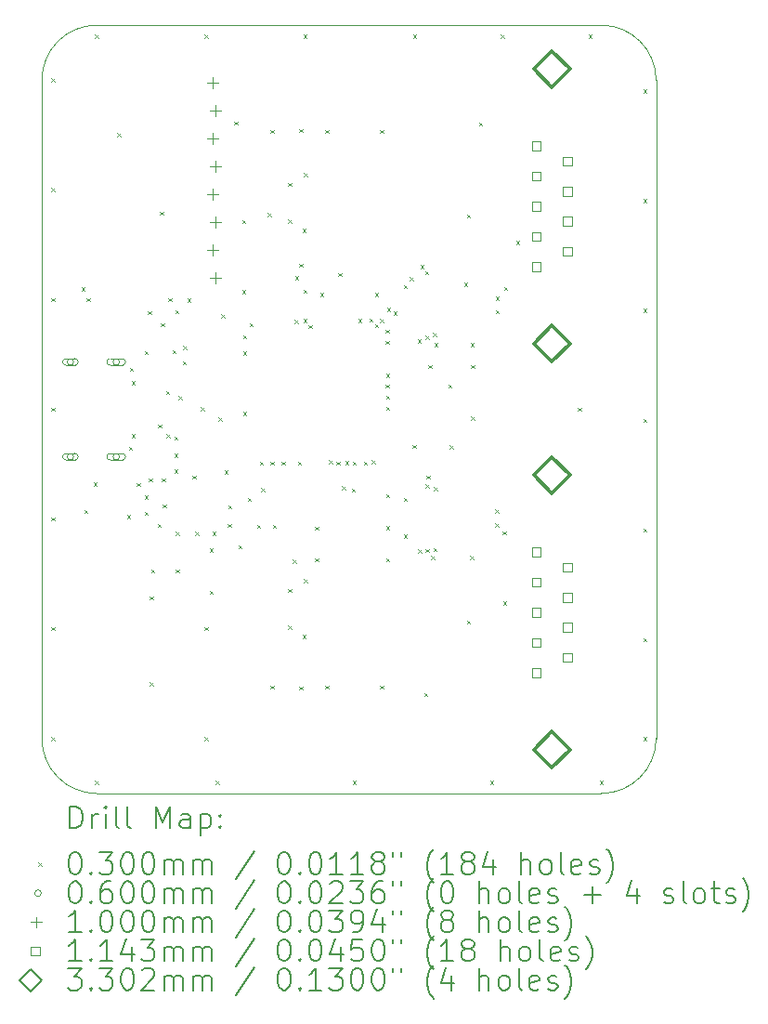
<source format=gbr>
%TF.GenerationSoftware,KiCad,Pcbnew,8.0.5*%
%TF.CreationDate,2024-10-15T19:35:21+02:00*%
%TF.ProjectId,CANbardo,43414e62-6172-4646-9f2e-6b696361645f,Rev1*%
%TF.SameCoordinates,Original*%
%TF.FileFunction,Drillmap*%
%TF.FilePolarity,Positive*%
%FSLAX45Y45*%
G04 Gerber Fmt 4.5, Leading zero omitted, Abs format (unit mm)*
G04 Created by KiCad (PCBNEW 8.0.5) date 2024-10-15 19:35:21*
%MOMM*%
%LPD*%
G01*
G04 APERTURE LIST*
%ADD10C,0.100000*%
%ADD11C,0.200000*%
%ADD12C,0.114300*%
%ADD13C,0.330200*%
G04 APERTURE END LIST*
D10*
X8000000Y-9500000D02*
G75*
G02*
X7500000Y-9000000I0J500000D01*
G01*
X13100000Y-9000000D02*
G75*
G02*
X12600000Y-9500000I-500000J0D01*
G01*
X13100000Y-3000000D02*
X13100000Y-9000000D01*
X12600000Y-2500000D02*
X8000000Y-2500000D01*
X7500000Y-3000000D02*
G75*
G02*
X8000000Y-2500000I500000J0D01*
G01*
X7500000Y-3000000D02*
X7500000Y-9000000D01*
X8000000Y-9500000D02*
X12600000Y-9500000D01*
X12600000Y-2500000D02*
G75*
G02*
X13100000Y-3000000I0J-500000D01*
G01*
D11*
D10*
X7585000Y-2985000D02*
X7615000Y-3015000D01*
X7615000Y-2985000D02*
X7585000Y-3015000D01*
X7585000Y-3985000D02*
X7615000Y-4015000D01*
X7615000Y-3985000D02*
X7585000Y-4015000D01*
X7585000Y-4985000D02*
X7615000Y-5015000D01*
X7615000Y-4985000D02*
X7585000Y-5015000D01*
X7585000Y-5985000D02*
X7615000Y-6015000D01*
X7615000Y-5985000D02*
X7585000Y-6015000D01*
X7585000Y-6985000D02*
X7615000Y-7015000D01*
X7615000Y-6985000D02*
X7585000Y-7015000D01*
X7585000Y-7985000D02*
X7615000Y-8015000D01*
X7615000Y-7985000D02*
X7585000Y-8015000D01*
X7585000Y-8985000D02*
X7615000Y-9015000D01*
X7615000Y-8985000D02*
X7585000Y-9015000D01*
X7860000Y-4887500D02*
X7890000Y-4917500D01*
X7890000Y-4887500D02*
X7860000Y-4917500D01*
X7885000Y-6918125D02*
X7915000Y-6948125D01*
X7915000Y-6918125D02*
X7885000Y-6948125D01*
X7907500Y-4987500D02*
X7937500Y-5017500D01*
X7937500Y-4987500D02*
X7907500Y-5017500D01*
X7972500Y-6667500D02*
X8002500Y-6697500D01*
X8002500Y-6667500D02*
X7972500Y-6697500D01*
X7985000Y-2585000D02*
X8015000Y-2615000D01*
X8015000Y-2585000D02*
X7985000Y-2615000D01*
X7985000Y-9385000D02*
X8015000Y-9415000D01*
X8015000Y-9385000D02*
X7985000Y-9415000D01*
X8185000Y-3485000D02*
X8215000Y-3515000D01*
X8215000Y-3485000D02*
X8185000Y-3515000D01*
X8275000Y-6965000D02*
X8305000Y-6995000D01*
X8305000Y-6965000D02*
X8275000Y-6995000D01*
X8292500Y-6340000D02*
X8322500Y-6370000D01*
X8322500Y-6340000D02*
X8292500Y-6370000D01*
X8302500Y-5620000D02*
X8332500Y-5650000D01*
X8332500Y-5620000D02*
X8302500Y-5650000D01*
X8318000Y-5745000D02*
X8348000Y-5775000D01*
X8348000Y-5745000D02*
X8318000Y-5775000D01*
X8318000Y-6225000D02*
X8348000Y-6255000D01*
X8348000Y-6225000D02*
X8318000Y-6255000D01*
X8365000Y-6670000D02*
X8395000Y-6700000D01*
X8395000Y-6670000D02*
X8365000Y-6700000D01*
X8435000Y-5467500D02*
X8465000Y-5497500D01*
X8465000Y-5467500D02*
X8435000Y-5497500D01*
X8435000Y-6785000D02*
X8465000Y-6815000D01*
X8465000Y-6785000D02*
X8435000Y-6815000D01*
X8435000Y-6932500D02*
X8465000Y-6962500D01*
X8465000Y-6932500D02*
X8435000Y-6962500D01*
X8465000Y-5105000D02*
X8495000Y-5135000D01*
X8495000Y-5105000D02*
X8465000Y-5135000D01*
X8472500Y-6627500D02*
X8502500Y-6657500D01*
X8502500Y-6627500D02*
X8472500Y-6657500D01*
X8485000Y-7705000D02*
X8515000Y-7735000D01*
X8515000Y-7705000D02*
X8485000Y-7735000D01*
X8485000Y-8485000D02*
X8515000Y-8515000D01*
X8515000Y-8485000D02*
X8485000Y-8515000D01*
X8497500Y-7460000D02*
X8527500Y-7490000D01*
X8527500Y-7460000D02*
X8497500Y-7490000D01*
X8555000Y-7045000D02*
X8585000Y-7075000D01*
X8585000Y-7045000D02*
X8555000Y-7075000D01*
X8557500Y-6137500D02*
X8587500Y-6167500D01*
X8587500Y-6137500D02*
X8557500Y-6167500D01*
X8575000Y-4197500D02*
X8605000Y-4227500D01*
X8605000Y-4197500D02*
X8575000Y-4227500D01*
X8585000Y-5215000D02*
X8615000Y-5245000D01*
X8615000Y-5215000D02*
X8585000Y-5245000D01*
X8592500Y-6627500D02*
X8622500Y-6657500D01*
X8622500Y-6627500D02*
X8592500Y-6657500D01*
X8603190Y-6864028D02*
X8633190Y-6894028D01*
X8633190Y-6864028D02*
X8603190Y-6894028D01*
X8632500Y-5832500D02*
X8662500Y-5862500D01*
X8662500Y-5832500D02*
X8632500Y-5862500D01*
X8637041Y-6225000D02*
X8667041Y-6255000D01*
X8667041Y-6225000D02*
X8637041Y-6255000D01*
X8652500Y-4985000D02*
X8682500Y-5015000D01*
X8682500Y-4985000D02*
X8652500Y-5015000D01*
X8690000Y-5460000D02*
X8720000Y-5490000D01*
X8720000Y-5460000D02*
X8690000Y-5490000D01*
X8707500Y-6247500D02*
X8737500Y-6277500D01*
X8737500Y-6247500D02*
X8707500Y-6277500D01*
X8707500Y-6403500D02*
X8737500Y-6433500D01*
X8737500Y-6403500D02*
X8707500Y-6433500D01*
X8707500Y-6548500D02*
X8737500Y-6578500D01*
X8737500Y-6548500D02*
X8707500Y-6578500D01*
X8715000Y-5097500D02*
X8745000Y-5127500D01*
X8745000Y-5097500D02*
X8715000Y-5127500D01*
X8720000Y-7117500D02*
X8750000Y-7147500D01*
X8750000Y-7117500D02*
X8720000Y-7147500D01*
X8720000Y-7460000D02*
X8750000Y-7490000D01*
X8750000Y-7460000D02*
X8720000Y-7490000D01*
X8747500Y-5880000D02*
X8777500Y-5910000D01*
X8777500Y-5880000D02*
X8747500Y-5910000D01*
X8782500Y-5560000D02*
X8812500Y-5590000D01*
X8812500Y-5560000D02*
X8782500Y-5590000D01*
X8790000Y-5420000D02*
X8820000Y-5450000D01*
X8820000Y-5420000D02*
X8790000Y-5450000D01*
X8825000Y-4990000D02*
X8855000Y-5020000D01*
X8855000Y-4990000D02*
X8825000Y-5020000D01*
X8872500Y-6605000D02*
X8902500Y-6635000D01*
X8902500Y-6605000D02*
X8872500Y-6635000D01*
X8897500Y-7117500D02*
X8927500Y-7147500D01*
X8927500Y-7117500D02*
X8897500Y-7147500D01*
X8950000Y-5980000D02*
X8980000Y-6010000D01*
X8980000Y-5980000D02*
X8950000Y-6010000D01*
X8985000Y-2585000D02*
X9015000Y-2615000D01*
X9015000Y-2585000D02*
X8985000Y-2615000D01*
X8985000Y-7985000D02*
X9015000Y-8015000D01*
X9015000Y-7985000D02*
X8985000Y-8015000D01*
X8985000Y-8985000D02*
X9015000Y-9015000D01*
X9015000Y-8985000D02*
X8985000Y-9015000D01*
X9030000Y-7266250D02*
X9060000Y-7296250D01*
X9060000Y-7266250D02*
X9030000Y-7296250D01*
X9030000Y-7652500D02*
X9060000Y-7682500D01*
X9060000Y-7652500D02*
X9030000Y-7682500D01*
X9055000Y-7117500D02*
X9085000Y-7147500D01*
X9085000Y-7117500D02*
X9055000Y-7147500D01*
X9085000Y-9385000D02*
X9115000Y-9415000D01*
X9115000Y-9385000D02*
X9085000Y-9415000D01*
X9107500Y-6075000D02*
X9137500Y-6105000D01*
X9137500Y-6075000D02*
X9107500Y-6105000D01*
X9136000Y-5134000D02*
X9166000Y-5164000D01*
X9166000Y-5134000D02*
X9136000Y-5164000D01*
X9165000Y-6557500D02*
X9195000Y-6587500D01*
X9195000Y-6557500D02*
X9165000Y-6587500D01*
X9195000Y-7045000D02*
X9225000Y-7075000D01*
X9225000Y-7045000D02*
X9195000Y-7075000D01*
X9197500Y-6872500D02*
X9227500Y-6902500D01*
X9227500Y-6872500D02*
X9197500Y-6902500D01*
X9255000Y-3377500D02*
X9285000Y-3407500D01*
X9285000Y-3377500D02*
X9255000Y-3407500D01*
X9290000Y-7240000D02*
X9320000Y-7270000D01*
X9320000Y-7240000D02*
X9290000Y-7270000D01*
X9325000Y-4275000D02*
X9355000Y-4305000D01*
X9355000Y-4275000D02*
X9325000Y-4305000D01*
X9325000Y-4912500D02*
X9355000Y-4942500D01*
X9355000Y-4912500D02*
X9325000Y-4942500D01*
X9332500Y-5325000D02*
X9362500Y-5355000D01*
X9362500Y-5325000D02*
X9332500Y-5355000D01*
X9332500Y-5475000D02*
X9362500Y-5505000D01*
X9362500Y-5475000D02*
X9332500Y-5505000D01*
X9335000Y-6025000D02*
X9365000Y-6055000D01*
X9365000Y-6025000D02*
X9335000Y-6055000D01*
X9375000Y-6805000D02*
X9405000Y-6835000D01*
X9405000Y-6805000D02*
X9375000Y-6835000D01*
X9395000Y-5215000D02*
X9425000Y-5245000D01*
X9425000Y-5215000D02*
X9395000Y-5245000D01*
X9460000Y-7052500D02*
X9490000Y-7082500D01*
X9490000Y-7052500D02*
X9460000Y-7082500D01*
X9485000Y-6475000D02*
X9515000Y-6505000D01*
X9515000Y-6475000D02*
X9485000Y-6505000D01*
X9497500Y-6717500D02*
X9527500Y-6747500D01*
X9527500Y-6717500D02*
X9497500Y-6747500D01*
X9560000Y-4210000D02*
X9590000Y-4240000D01*
X9590000Y-4210000D02*
X9560000Y-4240000D01*
X9585000Y-3452500D02*
X9615000Y-3482500D01*
X9615000Y-3452500D02*
X9585000Y-3482500D01*
X9585000Y-6475000D02*
X9615000Y-6505000D01*
X9615000Y-6475000D02*
X9585000Y-6505000D01*
X9585000Y-8517500D02*
X9615000Y-8547500D01*
X9615000Y-8517500D02*
X9585000Y-8547500D01*
X9605000Y-7052500D02*
X9635000Y-7082500D01*
X9635000Y-7052500D02*
X9605000Y-7082500D01*
X9685000Y-6475000D02*
X9715000Y-6505000D01*
X9715000Y-6475000D02*
X9685000Y-6505000D01*
X9745000Y-3937500D02*
X9775000Y-3967500D01*
X9775000Y-3937500D02*
X9745000Y-3967500D01*
X9745000Y-4272500D02*
X9775000Y-4302500D01*
X9775000Y-4272500D02*
X9745000Y-4302500D01*
X9745000Y-7637500D02*
X9775000Y-7667500D01*
X9775000Y-7637500D02*
X9745000Y-7667500D01*
X9745000Y-7972500D02*
X9775000Y-8002500D01*
X9775000Y-7972500D02*
X9745000Y-8002500D01*
X9785000Y-7370000D02*
X9815000Y-7400000D01*
X9815000Y-7370000D02*
X9785000Y-7400000D01*
X9805000Y-5185000D02*
X9835000Y-5215000D01*
X9835000Y-5185000D02*
X9805000Y-5215000D01*
X9810000Y-4785000D02*
X9840000Y-4815000D01*
X9840000Y-4785000D02*
X9810000Y-4815000D01*
X9835000Y-6475000D02*
X9865000Y-6505000D01*
X9865000Y-6475000D02*
X9835000Y-6505000D01*
X9845000Y-3445000D02*
X9875000Y-3475000D01*
X9875000Y-3445000D02*
X9845000Y-3475000D01*
X9845000Y-4672500D02*
X9875000Y-4702500D01*
X9875000Y-4672500D02*
X9845000Y-4702500D01*
X9845000Y-8525000D02*
X9875000Y-8555000D01*
X9875000Y-8525000D02*
X9845000Y-8555000D01*
X9877500Y-4355000D02*
X9907500Y-4385000D01*
X9907500Y-4355000D02*
X9877500Y-4385000D01*
X9877500Y-8055000D02*
X9907500Y-8085000D01*
X9907500Y-8055000D02*
X9877500Y-8085000D01*
X9885000Y-2585000D02*
X9915000Y-2615000D01*
X9915000Y-2585000D02*
X9885000Y-2615000D01*
X9885000Y-4910000D02*
X9915000Y-4940000D01*
X9915000Y-4910000D02*
X9885000Y-4940000D01*
X9885000Y-5175000D02*
X9915000Y-5205000D01*
X9915000Y-5175000D02*
X9885000Y-5205000D01*
X9887500Y-3845000D02*
X9917500Y-3875000D01*
X9917500Y-3845000D02*
X9887500Y-3875000D01*
X9887500Y-7545000D02*
X9917500Y-7575000D01*
X9917500Y-7545000D02*
X9887500Y-7575000D01*
X9930000Y-5230000D02*
X9960000Y-5260000D01*
X9960000Y-5230000D02*
X9930000Y-5260000D01*
X9991000Y-7068000D02*
X10021000Y-7098000D01*
X10021000Y-7068000D02*
X9991000Y-7098000D01*
X9992000Y-7358000D02*
X10022000Y-7388000D01*
X10022000Y-7358000D02*
X9992000Y-7388000D01*
X10035000Y-4940000D02*
X10065000Y-4970000D01*
X10065000Y-4940000D02*
X10035000Y-4970000D01*
X10085000Y-3452500D02*
X10115000Y-3482500D01*
X10115000Y-3452500D02*
X10085000Y-3482500D01*
X10085000Y-8517500D02*
X10115000Y-8547500D01*
X10115000Y-8517500D02*
X10085000Y-8547500D01*
X10115000Y-6465000D02*
X10145000Y-6495000D01*
X10145000Y-6465000D02*
X10115000Y-6495000D01*
X10185000Y-6475000D02*
X10215000Y-6505000D01*
X10215000Y-6475000D02*
X10185000Y-6505000D01*
X10202500Y-4757500D02*
X10232500Y-4787500D01*
X10232500Y-4757500D02*
X10202500Y-4787500D01*
X10235000Y-6700000D02*
X10265000Y-6730000D01*
X10265000Y-6700000D02*
X10235000Y-6730000D01*
X10265000Y-6470000D02*
X10295000Y-6500000D01*
X10295000Y-6470000D02*
X10265000Y-6500000D01*
X10325000Y-6720000D02*
X10355000Y-6750000D01*
X10355000Y-6720000D02*
X10325000Y-6750000D01*
X10335000Y-6475000D02*
X10365000Y-6505000D01*
X10365000Y-6475000D02*
X10335000Y-6505000D01*
X10335000Y-9385000D02*
X10365000Y-9415000D01*
X10365000Y-9385000D02*
X10335000Y-9415000D01*
X10385000Y-5175000D02*
X10415000Y-5205000D01*
X10415000Y-5175000D02*
X10385000Y-5205000D01*
X10435000Y-6475000D02*
X10465000Y-6505000D01*
X10465000Y-6475000D02*
X10435000Y-6505000D01*
X10485000Y-5172500D02*
X10515000Y-5202500D01*
X10515000Y-5172500D02*
X10485000Y-5202500D01*
X10505000Y-6465000D02*
X10535000Y-6495000D01*
X10535000Y-6465000D02*
X10505000Y-6495000D01*
X10535000Y-4940000D02*
X10565000Y-4970000D01*
X10565000Y-4940000D02*
X10535000Y-4970000D01*
X10535000Y-5225000D02*
X10565000Y-5255000D01*
X10565000Y-5225000D02*
X10535000Y-5255000D01*
X10585000Y-3452500D02*
X10615000Y-3482500D01*
X10615000Y-3452500D02*
X10585000Y-3482500D01*
X10585000Y-5175000D02*
X10615000Y-5205000D01*
X10615000Y-5175000D02*
X10585000Y-5205000D01*
X10585000Y-8517500D02*
X10615000Y-8547500D01*
X10615000Y-8517500D02*
X10585000Y-8547500D01*
X10635000Y-5275000D02*
X10665000Y-5305000D01*
X10665000Y-5275000D02*
X10635000Y-5305000D01*
X10635000Y-5375000D02*
X10665000Y-5405000D01*
X10665000Y-5375000D02*
X10635000Y-5405000D01*
X10635000Y-5775000D02*
X10665000Y-5805000D01*
X10665000Y-5775000D02*
X10635000Y-5805000D01*
X10637500Y-5675000D02*
X10667500Y-5705000D01*
X10667500Y-5675000D02*
X10637500Y-5705000D01*
X10637500Y-5875000D02*
X10667500Y-5905000D01*
X10667500Y-5875000D02*
X10637500Y-5905000D01*
X10637500Y-5975000D02*
X10667500Y-6005000D01*
X10667500Y-5975000D02*
X10637500Y-6005000D01*
X10637500Y-6772500D02*
X10667500Y-6802500D01*
X10667500Y-6772500D02*
X10637500Y-6802500D01*
X10637500Y-7066000D02*
X10667500Y-7096000D01*
X10667500Y-7066000D02*
X10637500Y-7096000D01*
X10637500Y-7358000D02*
X10667500Y-7388000D01*
X10667500Y-7358000D02*
X10637500Y-7388000D01*
X10645000Y-5075000D02*
X10675000Y-5105000D01*
X10675000Y-5075000D02*
X10645000Y-5105000D01*
X10707500Y-5110000D02*
X10737500Y-5140000D01*
X10737500Y-5110000D02*
X10707500Y-5140000D01*
X10800000Y-4867500D02*
X10830000Y-4897500D01*
X10830000Y-4867500D02*
X10800000Y-4897500D01*
X10800000Y-6807500D02*
X10830000Y-6837500D01*
X10830000Y-6807500D02*
X10800000Y-6837500D01*
X10800000Y-7142500D02*
X10830000Y-7172500D01*
X10830000Y-7142500D02*
X10800000Y-7172500D01*
X10855000Y-4795000D02*
X10885000Y-4825000D01*
X10885000Y-4795000D02*
X10855000Y-4825000D01*
X10880000Y-6325000D02*
X10910000Y-6355000D01*
X10910000Y-6325000D02*
X10880000Y-6355000D01*
X10885000Y-2585000D02*
X10915000Y-2615000D01*
X10915000Y-2585000D02*
X10885000Y-2615000D01*
X10925000Y-5365000D02*
X10955000Y-5395000D01*
X10955000Y-5365000D02*
X10925000Y-5395000D01*
X10930000Y-7275000D02*
X10960000Y-7305000D01*
X10960000Y-7275000D02*
X10930000Y-7305000D01*
X10950000Y-4685000D02*
X10980000Y-4715000D01*
X10980000Y-4685000D02*
X10950000Y-4715000D01*
X10985000Y-8585000D02*
X11015000Y-8615000D01*
X11015000Y-8585000D02*
X10985000Y-8615000D01*
X10995000Y-4740500D02*
X11025000Y-4770500D01*
X11025000Y-4740500D02*
X10995000Y-4770500D01*
X10997500Y-5330000D02*
X11027500Y-5360000D01*
X11027500Y-5330000D02*
X10997500Y-5360000D01*
X10997500Y-6682500D02*
X11027500Y-6712500D01*
X11027500Y-6682500D02*
X10997500Y-6712500D01*
X11000000Y-7272000D02*
X11030000Y-7302000D01*
X11030000Y-7272000D02*
X11000000Y-7302000D01*
X11005000Y-6605000D02*
X11035000Y-6635000D01*
X11035000Y-6605000D02*
X11005000Y-6635000D01*
X11025000Y-5595000D02*
X11055000Y-5625000D01*
X11055000Y-5595000D02*
X11025000Y-5625000D01*
X11050000Y-7335000D02*
X11080000Y-7365000D01*
X11080000Y-7335000D02*
X11050000Y-7365000D01*
X11065000Y-5305000D02*
X11095000Y-5335000D01*
X11095000Y-5305000D02*
X11065000Y-5335000D01*
X11070000Y-7265000D02*
X11100000Y-7295000D01*
X11100000Y-7265000D02*
X11070000Y-7295000D01*
X11075000Y-6710000D02*
X11105000Y-6740000D01*
X11105000Y-6710000D02*
X11075000Y-6740000D01*
X11077500Y-5395000D02*
X11107500Y-5425000D01*
X11107500Y-5395000D02*
X11077500Y-5425000D01*
X11205000Y-5775000D02*
X11235000Y-5805000D01*
X11235000Y-5775000D02*
X11205000Y-5805000D01*
X11217500Y-6326000D02*
X11247500Y-6356000D01*
X11247500Y-6326000D02*
X11217500Y-6356000D01*
X11348500Y-4845000D02*
X11378500Y-4875000D01*
X11378500Y-4845000D02*
X11348500Y-4875000D01*
X11375000Y-4225000D02*
X11405000Y-4255000D01*
X11405000Y-4225000D02*
X11375000Y-4255000D01*
X11375000Y-7925000D02*
X11405000Y-7955000D01*
X11405000Y-7925000D02*
X11375000Y-7955000D01*
X11402500Y-7335000D02*
X11432500Y-7365000D01*
X11432500Y-7335000D02*
X11402500Y-7365000D01*
X11410000Y-5395000D02*
X11440000Y-5425000D01*
X11440000Y-5395000D02*
X11410000Y-5425000D01*
X11412500Y-5595000D02*
X11442500Y-5625000D01*
X11442500Y-5595000D02*
X11412500Y-5625000D01*
X11412500Y-6065000D02*
X11442500Y-6095000D01*
X11442500Y-6065000D02*
X11412500Y-6095000D01*
X11485000Y-3385000D02*
X11515000Y-3415000D01*
X11515000Y-3385000D02*
X11485000Y-3415000D01*
X11585000Y-9385000D02*
X11615000Y-9415000D01*
X11615000Y-9385000D02*
X11585000Y-9415000D01*
X11634000Y-7040000D02*
X11664000Y-7070000D01*
X11664000Y-7040000D02*
X11634000Y-7070000D01*
X11635000Y-6912500D02*
X11665000Y-6942500D01*
X11665000Y-6912500D02*
X11635000Y-6942500D01*
X11636500Y-4972500D02*
X11666500Y-5002500D01*
X11666500Y-4972500D02*
X11636500Y-5002500D01*
X11636500Y-5097500D02*
X11666500Y-5127500D01*
X11666500Y-5097500D02*
X11636500Y-5127500D01*
X11685000Y-2585000D02*
X11715000Y-2615000D01*
X11715000Y-2585000D02*
X11685000Y-2615000D01*
X11700000Y-7110000D02*
X11730000Y-7140000D01*
X11730000Y-7110000D02*
X11700000Y-7140000D01*
X11705000Y-7752500D02*
X11735000Y-7782500D01*
X11735000Y-7752500D02*
X11705000Y-7782500D01*
X11712500Y-4885000D02*
X11742500Y-4915000D01*
X11742500Y-4885000D02*
X11712500Y-4915000D01*
X11822500Y-4465000D02*
X11852500Y-4495000D01*
X11852500Y-4465000D02*
X11822500Y-4495000D01*
X12385000Y-5985000D02*
X12415000Y-6015000D01*
X12415000Y-5985000D02*
X12385000Y-6015000D01*
X12485000Y-2585000D02*
X12515000Y-2615000D01*
X12515000Y-2585000D02*
X12485000Y-2615000D01*
X12585000Y-9385000D02*
X12615000Y-9415000D01*
X12615000Y-9385000D02*
X12585000Y-9415000D01*
X12985000Y-3085000D02*
X13015000Y-3115000D01*
X13015000Y-3085000D02*
X12985000Y-3115000D01*
X12985000Y-4085000D02*
X13015000Y-4115000D01*
X13015000Y-4085000D02*
X12985000Y-4115000D01*
X12985000Y-5085000D02*
X13015000Y-5115000D01*
X13015000Y-5085000D02*
X12985000Y-5115000D01*
X12985000Y-6085000D02*
X13015000Y-6115000D01*
X13015000Y-6085000D02*
X12985000Y-6115000D01*
X12985000Y-7085000D02*
X13015000Y-7115000D01*
X13015000Y-7085000D02*
X12985000Y-7115000D01*
X12985000Y-8085000D02*
X13015000Y-8115000D01*
X13015000Y-8085000D02*
X12985000Y-8115000D01*
X12985000Y-8985000D02*
X13015000Y-9015000D01*
X13015000Y-8985000D02*
X12985000Y-9015000D01*
X7790000Y-5568000D02*
G75*
G02*
X7730000Y-5568000I-30000J0D01*
G01*
X7730000Y-5568000D02*
G75*
G02*
X7790000Y-5568000I30000J0D01*
G01*
X7800000Y-5538000D02*
X7720000Y-5538000D01*
X7720000Y-5598000D02*
G75*
G02*
X7720000Y-5538000I0J30000D01*
G01*
X7720000Y-5598000D02*
X7800000Y-5598000D01*
X7800000Y-5598000D02*
G75*
G03*
X7800000Y-5538000I0J30000D01*
G01*
X7790000Y-6432000D02*
G75*
G02*
X7730000Y-6432000I-30000J0D01*
G01*
X7730000Y-6432000D02*
G75*
G02*
X7790000Y-6432000I30000J0D01*
G01*
X7800000Y-6402000D02*
X7720000Y-6402000D01*
X7720000Y-6462000D02*
G75*
G02*
X7720000Y-6402000I0J30000D01*
G01*
X7720000Y-6462000D02*
X7800000Y-6462000D01*
X7800000Y-6462000D02*
G75*
G03*
X7800000Y-6402000I0J30000D01*
G01*
X8208000Y-5568000D02*
G75*
G02*
X8148000Y-5568000I-30000J0D01*
G01*
X8148000Y-5568000D02*
G75*
G02*
X8208000Y-5568000I30000J0D01*
G01*
X8233000Y-5538000D02*
X8123000Y-5538000D01*
X8123000Y-5598000D02*
G75*
G02*
X8123000Y-5538000I0J30000D01*
G01*
X8123000Y-5598000D02*
X8233000Y-5598000D01*
X8233000Y-5598000D02*
G75*
G03*
X8233000Y-5538000I0J30000D01*
G01*
X8208000Y-6432000D02*
G75*
G02*
X8148000Y-6432000I-30000J0D01*
G01*
X8148000Y-6432000D02*
G75*
G02*
X8208000Y-6432000I30000J0D01*
G01*
X8233000Y-6402000D02*
X8123000Y-6402000D01*
X8123000Y-6462000D02*
G75*
G02*
X8123000Y-6402000I0J30000D01*
G01*
X8123000Y-6462000D02*
X8233000Y-6462000D01*
X8233000Y-6462000D02*
G75*
G03*
X8233000Y-6402000I0J30000D01*
G01*
X9055000Y-2972500D02*
X9055000Y-3072500D01*
X9005000Y-3022500D02*
X9105000Y-3022500D01*
X9055000Y-3480500D02*
X9055000Y-3580500D01*
X9005000Y-3530500D02*
X9105000Y-3530500D01*
X9055000Y-3988500D02*
X9055000Y-4088500D01*
X9005000Y-4038500D02*
X9105000Y-4038500D01*
X9055000Y-4496500D02*
X9055000Y-4596500D01*
X9005000Y-4546500D02*
X9105000Y-4546500D01*
X9085000Y-3226500D02*
X9085000Y-3326500D01*
X9035000Y-3276500D02*
X9135000Y-3276500D01*
X9085000Y-3734500D02*
X9085000Y-3834500D01*
X9035000Y-3784500D02*
X9135000Y-3784500D01*
X9085000Y-4242500D02*
X9085000Y-4342500D01*
X9035000Y-4292500D02*
X9135000Y-4292500D01*
X9085000Y-4750500D02*
X9085000Y-4850500D01*
X9035000Y-4800500D02*
X9135000Y-4800500D01*
D12*
X12048211Y-3641771D02*
X12048211Y-3560948D01*
X11967388Y-3560948D01*
X11967388Y-3641771D01*
X12048211Y-3641771D01*
X12048211Y-3916091D02*
X12048211Y-3835268D01*
X11967388Y-3835268D01*
X11967388Y-3916091D01*
X12048211Y-3916091D01*
X12048211Y-4190411D02*
X12048211Y-4109588D01*
X11967388Y-4109588D01*
X11967388Y-4190411D01*
X12048211Y-4190411D01*
X12048211Y-4464732D02*
X12048211Y-4383909D01*
X11967388Y-4383909D01*
X11967388Y-4464732D01*
X12048211Y-4464732D01*
X12048211Y-4739052D02*
X12048211Y-4658229D01*
X11967388Y-4658229D01*
X11967388Y-4739052D01*
X12048211Y-4739052D01*
X12048211Y-7341771D02*
X12048211Y-7260948D01*
X11967388Y-7260948D01*
X11967388Y-7341771D01*
X12048211Y-7341771D01*
X12048211Y-7616091D02*
X12048211Y-7535268D01*
X11967388Y-7535268D01*
X11967388Y-7616091D01*
X12048211Y-7616091D01*
X12048211Y-7890411D02*
X12048211Y-7809588D01*
X11967388Y-7809588D01*
X11967388Y-7890411D01*
X12048211Y-7890411D01*
X12048211Y-8164731D02*
X12048211Y-8083908D01*
X11967388Y-8083908D01*
X11967388Y-8164731D01*
X12048211Y-8164731D01*
X12048211Y-8439052D02*
X12048211Y-8358228D01*
X11967388Y-8358228D01*
X11967388Y-8439052D01*
X12048211Y-8439052D01*
X12332691Y-3778931D02*
X12332691Y-3698108D01*
X12251868Y-3698108D01*
X12251868Y-3778931D01*
X12332691Y-3778931D01*
X12332691Y-4053251D02*
X12332691Y-3972428D01*
X12251868Y-3972428D01*
X12251868Y-4053251D01*
X12332691Y-4053251D01*
X12332691Y-4327572D02*
X12332691Y-4246749D01*
X12251868Y-4246749D01*
X12251868Y-4327572D01*
X12332691Y-4327572D01*
X12332691Y-4601892D02*
X12332691Y-4521069D01*
X12251868Y-4521069D01*
X12251868Y-4601892D01*
X12332691Y-4601892D01*
X12332691Y-7478931D02*
X12332691Y-7398108D01*
X12251868Y-7398108D01*
X12251868Y-7478931D01*
X12332691Y-7478931D01*
X12332691Y-7753251D02*
X12332691Y-7672428D01*
X12251868Y-7672428D01*
X12251868Y-7753251D01*
X12332691Y-7753251D01*
X12332691Y-8027571D02*
X12332691Y-7946748D01*
X12251868Y-7946748D01*
X12251868Y-8027571D01*
X12332691Y-8027571D01*
X12332691Y-8301891D02*
X12332691Y-8221068D01*
X12251868Y-8221068D01*
X12251868Y-8301891D01*
X12332691Y-8301891D01*
D13*
X12147500Y-3065420D02*
X12312600Y-2900320D01*
X12147500Y-2735220D01*
X11982400Y-2900320D01*
X12147500Y-3065420D01*
X12147500Y-5564780D02*
X12312600Y-5399680D01*
X12147500Y-5234580D01*
X11982400Y-5399680D01*
X12147500Y-5564780D01*
X12147500Y-6765420D02*
X12312600Y-6600320D01*
X12147500Y-6435220D01*
X11982400Y-6600320D01*
X12147500Y-6765420D01*
X12147500Y-9264780D02*
X12312600Y-9099680D01*
X12147500Y-8934580D01*
X11982400Y-9099680D01*
X12147500Y-9264780D01*
D11*
X7755777Y-9816484D02*
X7755777Y-9616484D01*
X7755777Y-9616484D02*
X7803396Y-9616484D01*
X7803396Y-9616484D02*
X7831967Y-9626008D01*
X7831967Y-9626008D02*
X7851015Y-9645055D01*
X7851015Y-9645055D02*
X7860539Y-9664103D01*
X7860539Y-9664103D02*
X7870062Y-9702198D01*
X7870062Y-9702198D02*
X7870062Y-9730770D01*
X7870062Y-9730770D02*
X7860539Y-9768865D01*
X7860539Y-9768865D02*
X7851015Y-9787912D01*
X7851015Y-9787912D02*
X7831967Y-9806960D01*
X7831967Y-9806960D02*
X7803396Y-9816484D01*
X7803396Y-9816484D02*
X7755777Y-9816484D01*
X7955777Y-9816484D02*
X7955777Y-9683150D01*
X7955777Y-9721246D02*
X7965301Y-9702198D01*
X7965301Y-9702198D02*
X7974824Y-9692674D01*
X7974824Y-9692674D02*
X7993872Y-9683150D01*
X7993872Y-9683150D02*
X8012920Y-9683150D01*
X8079586Y-9816484D02*
X8079586Y-9683150D01*
X8079586Y-9616484D02*
X8070062Y-9626008D01*
X8070062Y-9626008D02*
X8079586Y-9635531D01*
X8079586Y-9635531D02*
X8089110Y-9626008D01*
X8089110Y-9626008D02*
X8079586Y-9616484D01*
X8079586Y-9616484D02*
X8079586Y-9635531D01*
X8203396Y-9816484D02*
X8184348Y-9806960D01*
X8184348Y-9806960D02*
X8174824Y-9787912D01*
X8174824Y-9787912D02*
X8174824Y-9616484D01*
X8308158Y-9816484D02*
X8289110Y-9806960D01*
X8289110Y-9806960D02*
X8279586Y-9787912D01*
X8279586Y-9787912D02*
X8279586Y-9616484D01*
X8536729Y-9816484D02*
X8536729Y-9616484D01*
X8536729Y-9616484D02*
X8603396Y-9759341D01*
X8603396Y-9759341D02*
X8670063Y-9616484D01*
X8670063Y-9616484D02*
X8670063Y-9816484D01*
X8851015Y-9816484D02*
X8851015Y-9711722D01*
X8851015Y-9711722D02*
X8841491Y-9692674D01*
X8841491Y-9692674D02*
X8822444Y-9683150D01*
X8822444Y-9683150D02*
X8784348Y-9683150D01*
X8784348Y-9683150D02*
X8765301Y-9692674D01*
X8851015Y-9806960D02*
X8831967Y-9816484D01*
X8831967Y-9816484D02*
X8784348Y-9816484D01*
X8784348Y-9816484D02*
X8765301Y-9806960D01*
X8765301Y-9806960D02*
X8755777Y-9787912D01*
X8755777Y-9787912D02*
X8755777Y-9768865D01*
X8755777Y-9768865D02*
X8765301Y-9749817D01*
X8765301Y-9749817D02*
X8784348Y-9740293D01*
X8784348Y-9740293D02*
X8831967Y-9740293D01*
X8831967Y-9740293D02*
X8851015Y-9730770D01*
X8946253Y-9683150D02*
X8946253Y-9883150D01*
X8946253Y-9692674D02*
X8965301Y-9683150D01*
X8965301Y-9683150D02*
X9003396Y-9683150D01*
X9003396Y-9683150D02*
X9022444Y-9692674D01*
X9022444Y-9692674D02*
X9031967Y-9702198D01*
X9031967Y-9702198D02*
X9041491Y-9721246D01*
X9041491Y-9721246D02*
X9041491Y-9778389D01*
X9041491Y-9778389D02*
X9031967Y-9797436D01*
X9031967Y-9797436D02*
X9022444Y-9806960D01*
X9022444Y-9806960D02*
X9003396Y-9816484D01*
X9003396Y-9816484D02*
X8965301Y-9816484D01*
X8965301Y-9816484D02*
X8946253Y-9806960D01*
X9127205Y-9797436D02*
X9136729Y-9806960D01*
X9136729Y-9806960D02*
X9127205Y-9816484D01*
X9127205Y-9816484D02*
X9117682Y-9806960D01*
X9117682Y-9806960D02*
X9127205Y-9797436D01*
X9127205Y-9797436D02*
X9127205Y-9816484D01*
X9127205Y-9692674D02*
X9136729Y-9702198D01*
X9136729Y-9702198D02*
X9127205Y-9711722D01*
X9127205Y-9711722D02*
X9117682Y-9702198D01*
X9117682Y-9702198D02*
X9127205Y-9692674D01*
X9127205Y-9692674D02*
X9127205Y-9711722D01*
D10*
X7465000Y-10130000D02*
X7495000Y-10160000D01*
X7495000Y-10130000D02*
X7465000Y-10160000D01*
D11*
X7793872Y-10036484D02*
X7812920Y-10036484D01*
X7812920Y-10036484D02*
X7831967Y-10046008D01*
X7831967Y-10046008D02*
X7841491Y-10055531D01*
X7841491Y-10055531D02*
X7851015Y-10074579D01*
X7851015Y-10074579D02*
X7860539Y-10112674D01*
X7860539Y-10112674D02*
X7860539Y-10160293D01*
X7860539Y-10160293D02*
X7851015Y-10198389D01*
X7851015Y-10198389D02*
X7841491Y-10217436D01*
X7841491Y-10217436D02*
X7831967Y-10226960D01*
X7831967Y-10226960D02*
X7812920Y-10236484D01*
X7812920Y-10236484D02*
X7793872Y-10236484D01*
X7793872Y-10236484D02*
X7774824Y-10226960D01*
X7774824Y-10226960D02*
X7765301Y-10217436D01*
X7765301Y-10217436D02*
X7755777Y-10198389D01*
X7755777Y-10198389D02*
X7746253Y-10160293D01*
X7746253Y-10160293D02*
X7746253Y-10112674D01*
X7746253Y-10112674D02*
X7755777Y-10074579D01*
X7755777Y-10074579D02*
X7765301Y-10055531D01*
X7765301Y-10055531D02*
X7774824Y-10046008D01*
X7774824Y-10046008D02*
X7793872Y-10036484D01*
X7946253Y-10217436D02*
X7955777Y-10226960D01*
X7955777Y-10226960D02*
X7946253Y-10236484D01*
X7946253Y-10236484D02*
X7936729Y-10226960D01*
X7936729Y-10226960D02*
X7946253Y-10217436D01*
X7946253Y-10217436D02*
X7946253Y-10236484D01*
X8022443Y-10036484D02*
X8146253Y-10036484D01*
X8146253Y-10036484D02*
X8079586Y-10112674D01*
X8079586Y-10112674D02*
X8108158Y-10112674D01*
X8108158Y-10112674D02*
X8127205Y-10122198D01*
X8127205Y-10122198D02*
X8136729Y-10131722D01*
X8136729Y-10131722D02*
X8146253Y-10150770D01*
X8146253Y-10150770D02*
X8146253Y-10198389D01*
X8146253Y-10198389D02*
X8136729Y-10217436D01*
X8136729Y-10217436D02*
X8127205Y-10226960D01*
X8127205Y-10226960D02*
X8108158Y-10236484D01*
X8108158Y-10236484D02*
X8051015Y-10236484D01*
X8051015Y-10236484D02*
X8031967Y-10226960D01*
X8031967Y-10226960D02*
X8022443Y-10217436D01*
X8270062Y-10036484D02*
X8289110Y-10036484D01*
X8289110Y-10036484D02*
X8308158Y-10046008D01*
X8308158Y-10046008D02*
X8317682Y-10055531D01*
X8317682Y-10055531D02*
X8327205Y-10074579D01*
X8327205Y-10074579D02*
X8336729Y-10112674D01*
X8336729Y-10112674D02*
X8336729Y-10160293D01*
X8336729Y-10160293D02*
X8327205Y-10198389D01*
X8327205Y-10198389D02*
X8317682Y-10217436D01*
X8317682Y-10217436D02*
X8308158Y-10226960D01*
X8308158Y-10226960D02*
X8289110Y-10236484D01*
X8289110Y-10236484D02*
X8270062Y-10236484D01*
X8270062Y-10236484D02*
X8251015Y-10226960D01*
X8251015Y-10226960D02*
X8241491Y-10217436D01*
X8241491Y-10217436D02*
X8231967Y-10198389D01*
X8231967Y-10198389D02*
X8222443Y-10160293D01*
X8222443Y-10160293D02*
X8222443Y-10112674D01*
X8222443Y-10112674D02*
X8231967Y-10074579D01*
X8231967Y-10074579D02*
X8241491Y-10055531D01*
X8241491Y-10055531D02*
X8251015Y-10046008D01*
X8251015Y-10046008D02*
X8270062Y-10036484D01*
X8460539Y-10036484D02*
X8479586Y-10036484D01*
X8479586Y-10036484D02*
X8498634Y-10046008D01*
X8498634Y-10046008D02*
X8508158Y-10055531D01*
X8508158Y-10055531D02*
X8517682Y-10074579D01*
X8517682Y-10074579D02*
X8527205Y-10112674D01*
X8527205Y-10112674D02*
X8527205Y-10160293D01*
X8527205Y-10160293D02*
X8517682Y-10198389D01*
X8517682Y-10198389D02*
X8508158Y-10217436D01*
X8508158Y-10217436D02*
X8498634Y-10226960D01*
X8498634Y-10226960D02*
X8479586Y-10236484D01*
X8479586Y-10236484D02*
X8460539Y-10236484D01*
X8460539Y-10236484D02*
X8441491Y-10226960D01*
X8441491Y-10226960D02*
X8431967Y-10217436D01*
X8431967Y-10217436D02*
X8422444Y-10198389D01*
X8422444Y-10198389D02*
X8412920Y-10160293D01*
X8412920Y-10160293D02*
X8412920Y-10112674D01*
X8412920Y-10112674D02*
X8422444Y-10074579D01*
X8422444Y-10074579D02*
X8431967Y-10055531D01*
X8431967Y-10055531D02*
X8441491Y-10046008D01*
X8441491Y-10046008D02*
X8460539Y-10036484D01*
X8612920Y-10236484D02*
X8612920Y-10103150D01*
X8612920Y-10122198D02*
X8622444Y-10112674D01*
X8622444Y-10112674D02*
X8641491Y-10103150D01*
X8641491Y-10103150D02*
X8670063Y-10103150D01*
X8670063Y-10103150D02*
X8689110Y-10112674D01*
X8689110Y-10112674D02*
X8698634Y-10131722D01*
X8698634Y-10131722D02*
X8698634Y-10236484D01*
X8698634Y-10131722D02*
X8708158Y-10112674D01*
X8708158Y-10112674D02*
X8727205Y-10103150D01*
X8727205Y-10103150D02*
X8755777Y-10103150D01*
X8755777Y-10103150D02*
X8774825Y-10112674D01*
X8774825Y-10112674D02*
X8784348Y-10131722D01*
X8784348Y-10131722D02*
X8784348Y-10236484D01*
X8879586Y-10236484D02*
X8879586Y-10103150D01*
X8879586Y-10122198D02*
X8889110Y-10112674D01*
X8889110Y-10112674D02*
X8908158Y-10103150D01*
X8908158Y-10103150D02*
X8936729Y-10103150D01*
X8936729Y-10103150D02*
X8955777Y-10112674D01*
X8955777Y-10112674D02*
X8965301Y-10131722D01*
X8965301Y-10131722D02*
X8965301Y-10236484D01*
X8965301Y-10131722D02*
X8974825Y-10112674D01*
X8974825Y-10112674D02*
X8993872Y-10103150D01*
X8993872Y-10103150D02*
X9022444Y-10103150D01*
X9022444Y-10103150D02*
X9041491Y-10112674D01*
X9041491Y-10112674D02*
X9051015Y-10131722D01*
X9051015Y-10131722D02*
X9051015Y-10236484D01*
X9441491Y-10026960D02*
X9270063Y-10284103D01*
X9698634Y-10036484D02*
X9717682Y-10036484D01*
X9717682Y-10036484D02*
X9736729Y-10046008D01*
X9736729Y-10046008D02*
X9746253Y-10055531D01*
X9746253Y-10055531D02*
X9755777Y-10074579D01*
X9755777Y-10074579D02*
X9765301Y-10112674D01*
X9765301Y-10112674D02*
X9765301Y-10160293D01*
X9765301Y-10160293D02*
X9755777Y-10198389D01*
X9755777Y-10198389D02*
X9746253Y-10217436D01*
X9746253Y-10217436D02*
X9736729Y-10226960D01*
X9736729Y-10226960D02*
X9717682Y-10236484D01*
X9717682Y-10236484D02*
X9698634Y-10236484D01*
X9698634Y-10236484D02*
X9679587Y-10226960D01*
X9679587Y-10226960D02*
X9670063Y-10217436D01*
X9670063Y-10217436D02*
X9660539Y-10198389D01*
X9660539Y-10198389D02*
X9651015Y-10160293D01*
X9651015Y-10160293D02*
X9651015Y-10112674D01*
X9651015Y-10112674D02*
X9660539Y-10074579D01*
X9660539Y-10074579D02*
X9670063Y-10055531D01*
X9670063Y-10055531D02*
X9679587Y-10046008D01*
X9679587Y-10046008D02*
X9698634Y-10036484D01*
X9851015Y-10217436D02*
X9860539Y-10226960D01*
X9860539Y-10226960D02*
X9851015Y-10236484D01*
X9851015Y-10236484D02*
X9841491Y-10226960D01*
X9841491Y-10226960D02*
X9851015Y-10217436D01*
X9851015Y-10217436D02*
X9851015Y-10236484D01*
X9984348Y-10036484D02*
X10003396Y-10036484D01*
X10003396Y-10036484D02*
X10022444Y-10046008D01*
X10022444Y-10046008D02*
X10031968Y-10055531D01*
X10031968Y-10055531D02*
X10041491Y-10074579D01*
X10041491Y-10074579D02*
X10051015Y-10112674D01*
X10051015Y-10112674D02*
X10051015Y-10160293D01*
X10051015Y-10160293D02*
X10041491Y-10198389D01*
X10041491Y-10198389D02*
X10031968Y-10217436D01*
X10031968Y-10217436D02*
X10022444Y-10226960D01*
X10022444Y-10226960D02*
X10003396Y-10236484D01*
X10003396Y-10236484D02*
X9984348Y-10236484D01*
X9984348Y-10236484D02*
X9965301Y-10226960D01*
X9965301Y-10226960D02*
X9955777Y-10217436D01*
X9955777Y-10217436D02*
X9946253Y-10198389D01*
X9946253Y-10198389D02*
X9936729Y-10160293D01*
X9936729Y-10160293D02*
X9936729Y-10112674D01*
X9936729Y-10112674D02*
X9946253Y-10074579D01*
X9946253Y-10074579D02*
X9955777Y-10055531D01*
X9955777Y-10055531D02*
X9965301Y-10046008D01*
X9965301Y-10046008D02*
X9984348Y-10036484D01*
X10241491Y-10236484D02*
X10127206Y-10236484D01*
X10184348Y-10236484D02*
X10184348Y-10036484D01*
X10184348Y-10036484D02*
X10165301Y-10065055D01*
X10165301Y-10065055D02*
X10146253Y-10084103D01*
X10146253Y-10084103D02*
X10127206Y-10093627D01*
X10431968Y-10236484D02*
X10317682Y-10236484D01*
X10374825Y-10236484D02*
X10374825Y-10036484D01*
X10374825Y-10036484D02*
X10355777Y-10065055D01*
X10355777Y-10065055D02*
X10336729Y-10084103D01*
X10336729Y-10084103D02*
X10317682Y-10093627D01*
X10546253Y-10122198D02*
X10527206Y-10112674D01*
X10527206Y-10112674D02*
X10517682Y-10103150D01*
X10517682Y-10103150D02*
X10508158Y-10084103D01*
X10508158Y-10084103D02*
X10508158Y-10074579D01*
X10508158Y-10074579D02*
X10517682Y-10055531D01*
X10517682Y-10055531D02*
X10527206Y-10046008D01*
X10527206Y-10046008D02*
X10546253Y-10036484D01*
X10546253Y-10036484D02*
X10584349Y-10036484D01*
X10584349Y-10036484D02*
X10603396Y-10046008D01*
X10603396Y-10046008D02*
X10612920Y-10055531D01*
X10612920Y-10055531D02*
X10622444Y-10074579D01*
X10622444Y-10074579D02*
X10622444Y-10084103D01*
X10622444Y-10084103D02*
X10612920Y-10103150D01*
X10612920Y-10103150D02*
X10603396Y-10112674D01*
X10603396Y-10112674D02*
X10584349Y-10122198D01*
X10584349Y-10122198D02*
X10546253Y-10122198D01*
X10546253Y-10122198D02*
X10527206Y-10131722D01*
X10527206Y-10131722D02*
X10517682Y-10141246D01*
X10517682Y-10141246D02*
X10508158Y-10160293D01*
X10508158Y-10160293D02*
X10508158Y-10198389D01*
X10508158Y-10198389D02*
X10517682Y-10217436D01*
X10517682Y-10217436D02*
X10527206Y-10226960D01*
X10527206Y-10226960D02*
X10546253Y-10236484D01*
X10546253Y-10236484D02*
X10584349Y-10236484D01*
X10584349Y-10236484D02*
X10603396Y-10226960D01*
X10603396Y-10226960D02*
X10612920Y-10217436D01*
X10612920Y-10217436D02*
X10622444Y-10198389D01*
X10622444Y-10198389D02*
X10622444Y-10160293D01*
X10622444Y-10160293D02*
X10612920Y-10141246D01*
X10612920Y-10141246D02*
X10603396Y-10131722D01*
X10603396Y-10131722D02*
X10584349Y-10122198D01*
X10698634Y-10036484D02*
X10698634Y-10074579D01*
X10774825Y-10036484D02*
X10774825Y-10074579D01*
X11070063Y-10312674D02*
X11060539Y-10303150D01*
X11060539Y-10303150D02*
X11041491Y-10274579D01*
X11041491Y-10274579D02*
X11031968Y-10255531D01*
X11031968Y-10255531D02*
X11022444Y-10226960D01*
X11022444Y-10226960D02*
X11012920Y-10179341D01*
X11012920Y-10179341D02*
X11012920Y-10141246D01*
X11012920Y-10141246D02*
X11022444Y-10093627D01*
X11022444Y-10093627D02*
X11031968Y-10065055D01*
X11031968Y-10065055D02*
X11041491Y-10046008D01*
X11041491Y-10046008D02*
X11060539Y-10017436D01*
X11060539Y-10017436D02*
X11070063Y-10007912D01*
X11251015Y-10236484D02*
X11136730Y-10236484D01*
X11193872Y-10236484D02*
X11193872Y-10036484D01*
X11193872Y-10036484D02*
X11174825Y-10065055D01*
X11174825Y-10065055D02*
X11155777Y-10084103D01*
X11155777Y-10084103D02*
X11136730Y-10093627D01*
X11365301Y-10122198D02*
X11346253Y-10112674D01*
X11346253Y-10112674D02*
X11336729Y-10103150D01*
X11336729Y-10103150D02*
X11327206Y-10084103D01*
X11327206Y-10084103D02*
X11327206Y-10074579D01*
X11327206Y-10074579D02*
X11336729Y-10055531D01*
X11336729Y-10055531D02*
X11346253Y-10046008D01*
X11346253Y-10046008D02*
X11365301Y-10036484D01*
X11365301Y-10036484D02*
X11403396Y-10036484D01*
X11403396Y-10036484D02*
X11422444Y-10046008D01*
X11422444Y-10046008D02*
X11431968Y-10055531D01*
X11431968Y-10055531D02*
X11441491Y-10074579D01*
X11441491Y-10074579D02*
X11441491Y-10084103D01*
X11441491Y-10084103D02*
X11431968Y-10103150D01*
X11431968Y-10103150D02*
X11422444Y-10112674D01*
X11422444Y-10112674D02*
X11403396Y-10122198D01*
X11403396Y-10122198D02*
X11365301Y-10122198D01*
X11365301Y-10122198D02*
X11346253Y-10131722D01*
X11346253Y-10131722D02*
X11336729Y-10141246D01*
X11336729Y-10141246D02*
X11327206Y-10160293D01*
X11327206Y-10160293D02*
X11327206Y-10198389D01*
X11327206Y-10198389D02*
X11336729Y-10217436D01*
X11336729Y-10217436D02*
X11346253Y-10226960D01*
X11346253Y-10226960D02*
X11365301Y-10236484D01*
X11365301Y-10236484D02*
X11403396Y-10236484D01*
X11403396Y-10236484D02*
X11422444Y-10226960D01*
X11422444Y-10226960D02*
X11431968Y-10217436D01*
X11431968Y-10217436D02*
X11441491Y-10198389D01*
X11441491Y-10198389D02*
X11441491Y-10160293D01*
X11441491Y-10160293D02*
X11431968Y-10141246D01*
X11431968Y-10141246D02*
X11422444Y-10131722D01*
X11422444Y-10131722D02*
X11403396Y-10122198D01*
X11612920Y-10103150D02*
X11612920Y-10236484D01*
X11565301Y-10026960D02*
X11517682Y-10169817D01*
X11517682Y-10169817D02*
X11641491Y-10169817D01*
X11870063Y-10236484D02*
X11870063Y-10036484D01*
X11955777Y-10236484D02*
X11955777Y-10131722D01*
X11955777Y-10131722D02*
X11946253Y-10112674D01*
X11946253Y-10112674D02*
X11927206Y-10103150D01*
X11927206Y-10103150D02*
X11898634Y-10103150D01*
X11898634Y-10103150D02*
X11879587Y-10112674D01*
X11879587Y-10112674D02*
X11870063Y-10122198D01*
X12079587Y-10236484D02*
X12060539Y-10226960D01*
X12060539Y-10226960D02*
X12051015Y-10217436D01*
X12051015Y-10217436D02*
X12041491Y-10198389D01*
X12041491Y-10198389D02*
X12041491Y-10141246D01*
X12041491Y-10141246D02*
X12051015Y-10122198D01*
X12051015Y-10122198D02*
X12060539Y-10112674D01*
X12060539Y-10112674D02*
X12079587Y-10103150D01*
X12079587Y-10103150D02*
X12108158Y-10103150D01*
X12108158Y-10103150D02*
X12127206Y-10112674D01*
X12127206Y-10112674D02*
X12136730Y-10122198D01*
X12136730Y-10122198D02*
X12146253Y-10141246D01*
X12146253Y-10141246D02*
X12146253Y-10198389D01*
X12146253Y-10198389D02*
X12136730Y-10217436D01*
X12136730Y-10217436D02*
X12127206Y-10226960D01*
X12127206Y-10226960D02*
X12108158Y-10236484D01*
X12108158Y-10236484D02*
X12079587Y-10236484D01*
X12260539Y-10236484D02*
X12241491Y-10226960D01*
X12241491Y-10226960D02*
X12231968Y-10207912D01*
X12231968Y-10207912D02*
X12231968Y-10036484D01*
X12412920Y-10226960D02*
X12393872Y-10236484D01*
X12393872Y-10236484D02*
X12355777Y-10236484D01*
X12355777Y-10236484D02*
X12336730Y-10226960D01*
X12336730Y-10226960D02*
X12327206Y-10207912D01*
X12327206Y-10207912D02*
X12327206Y-10131722D01*
X12327206Y-10131722D02*
X12336730Y-10112674D01*
X12336730Y-10112674D02*
X12355777Y-10103150D01*
X12355777Y-10103150D02*
X12393872Y-10103150D01*
X12393872Y-10103150D02*
X12412920Y-10112674D01*
X12412920Y-10112674D02*
X12422444Y-10131722D01*
X12422444Y-10131722D02*
X12422444Y-10150770D01*
X12422444Y-10150770D02*
X12327206Y-10169817D01*
X12498634Y-10226960D02*
X12517682Y-10236484D01*
X12517682Y-10236484D02*
X12555777Y-10236484D01*
X12555777Y-10236484D02*
X12574825Y-10226960D01*
X12574825Y-10226960D02*
X12584349Y-10207912D01*
X12584349Y-10207912D02*
X12584349Y-10198389D01*
X12584349Y-10198389D02*
X12574825Y-10179341D01*
X12574825Y-10179341D02*
X12555777Y-10169817D01*
X12555777Y-10169817D02*
X12527206Y-10169817D01*
X12527206Y-10169817D02*
X12508158Y-10160293D01*
X12508158Y-10160293D02*
X12498634Y-10141246D01*
X12498634Y-10141246D02*
X12498634Y-10131722D01*
X12498634Y-10131722D02*
X12508158Y-10112674D01*
X12508158Y-10112674D02*
X12527206Y-10103150D01*
X12527206Y-10103150D02*
X12555777Y-10103150D01*
X12555777Y-10103150D02*
X12574825Y-10112674D01*
X12651015Y-10312674D02*
X12660539Y-10303150D01*
X12660539Y-10303150D02*
X12679587Y-10274579D01*
X12679587Y-10274579D02*
X12689111Y-10255531D01*
X12689111Y-10255531D02*
X12698634Y-10226960D01*
X12698634Y-10226960D02*
X12708158Y-10179341D01*
X12708158Y-10179341D02*
X12708158Y-10141246D01*
X12708158Y-10141246D02*
X12698634Y-10093627D01*
X12698634Y-10093627D02*
X12689111Y-10065055D01*
X12689111Y-10065055D02*
X12679587Y-10046008D01*
X12679587Y-10046008D02*
X12660539Y-10017436D01*
X12660539Y-10017436D02*
X12651015Y-10007912D01*
D10*
X7495000Y-10409000D02*
G75*
G02*
X7435000Y-10409000I-30000J0D01*
G01*
X7435000Y-10409000D02*
G75*
G02*
X7495000Y-10409000I30000J0D01*
G01*
D11*
X7793872Y-10300484D02*
X7812920Y-10300484D01*
X7812920Y-10300484D02*
X7831967Y-10310008D01*
X7831967Y-10310008D02*
X7841491Y-10319531D01*
X7841491Y-10319531D02*
X7851015Y-10338579D01*
X7851015Y-10338579D02*
X7860539Y-10376674D01*
X7860539Y-10376674D02*
X7860539Y-10424293D01*
X7860539Y-10424293D02*
X7851015Y-10462389D01*
X7851015Y-10462389D02*
X7841491Y-10481436D01*
X7841491Y-10481436D02*
X7831967Y-10490960D01*
X7831967Y-10490960D02*
X7812920Y-10500484D01*
X7812920Y-10500484D02*
X7793872Y-10500484D01*
X7793872Y-10500484D02*
X7774824Y-10490960D01*
X7774824Y-10490960D02*
X7765301Y-10481436D01*
X7765301Y-10481436D02*
X7755777Y-10462389D01*
X7755777Y-10462389D02*
X7746253Y-10424293D01*
X7746253Y-10424293D02*
X7746253Y-10376674D01*
X7746253Y-10376674D02*
X7755777Y-10338579D01*
X7755777Y-10338579D02*
X7765301Y-10319531D01*
X7765301Y-10319531D02*
X7774824Y-10310008D01*
X7774824Y-10310008D02*
X7793872Y-10300484D01*
X7946253Y-10481436D02*
X7955777Y-10490960D01*
X7955777Y-10490960D02*
X7946253Y-10500484D01*
X7946253Y-10500484D02*
X7936729Y-10490960D01*
X7936729Y-10490960D02*
X7946253Y-10481436D01*
X7946253Y-10481436D02*
X7946253Y-10500484D01*
X8127205Y-10300484D02*
X8089110Y-10300484D01*
X8089110Y-10300484D02*
X8070062Y-10310008D01*
X8070062Y-10310008D02*
X8060539Y-10319531D01*
X8060539Y-10319531D02*
X8041491Y-10348103D01*
X8041491Y-10348103D02*
X8031967Y-10386198D01*
X8031967Y-10386198D02*
X8031967Y-10462389D01*
X8031967Y-10462389D02*
X8041491Y-10481436D01*
X8041491Y-10481436D02*
X8051015Y-10490960D01*
X8051015Y-10490960D02*
X8070062Y-10500484D01*
X8070062Y-10500484D02*
X8108158Y-10500484D01*
X8108158Y-10500484D02*
X8127205Y-10490960D01*
X8127205Y-10490960D02*
X8136729Y-10481436D01*
X8136729Y-10481436D02*
X8146253Y-10462389D01*
X8146253Y-10462389D02*
X8146253Y-10414770D01*
X8146253Y-10414770D02*
X8136729Y-10395722D01*
X8136729Y-10395722D02*
X8127205Y-10386198D01*
X8127205Y-10386198D02*
X8108158Y-10376674D01*
X8108158Y-10376674D02*
X8070062Y-10376674D01*
X8070062Y-10376674D02*
X8051015Y-10386198D01*
X8051015Y-10386198D02*
X8041491Y-10395722D01*
X8041491Y-10395722D02*
X8031967Y-10414770D01*
X8270062Y-10300484D02*
X8289110Y-10300484D01*
X8289110Y-10300484D02*
X8308158Y-10310008D01*
X8308158Y-10310008D02*
X8317682Y-10319531D01*
X8317682Y-10319531D02*
X8327205Y-10338579D01*
X8327205Y-10338579D02*
X8336729Y-10376674D01*
X8336729Y-10376674D02*
X8336729Y-10424293D01*
X8336729Y-10424293D02*
X8327205Y-10462389D01*
X8327205Y-10462389D02*
X8317682Y-10481436D01*
X8317682Y-10481436D02*
X8308158Y-10490960D01*
X8308158Y-10490960D02*
X8289110Y-10500484D01*
X8289110Y-10500484D02*
X8270062Y-10500484D01*
X8270062Y-10500484D02*
X8251015Y-10490960D01*
X8251015Y-10490960D02*
X8241491Y-10481436D01*
X8241491Y-10481436D02*
X8231967Y-10462389D01*
X8231967Y-10462389D02*
X8222443Y-10424293D01*
X8222443Y-10424293D02*
X8222443Y-10376674D01*
X8222443Y-10376674D02*
X8231967Y-10338579D01*
X8231967Y-10338579D02*
X8241491Y-10319531D01*
X8241491Y-10319531D02*
X8251015Y-10310008D01*
X8251015Y-10310008D02*
X8270062Y-10300484D01*
X8460539Y-10300484D02*
X8479586Y-10300484D01*
X8479586Y-10300484D02*
X8498634Y-10310008D01*
X8498634Y-10310008D02*
X8508158Y-10319531D01*
X8508158Y-10319531D02*
X8517682Y-10338579D01*
X8517682Y-10338579D02*
X8527205Y-10376674D01*
X8527205Y-10376674D02*
X8527205Y-10424293D01*
X8527205Y-10424293D02*
X8517682Y-10462389D01*
X8517682Y-10462389D02*
X8508158Y-10481436D01*
X8508158Y-10481436D02*
X8498634Y-10490960D01*
X8498634Y-10490960D02*
X8479586Y-10500484D01*
X8479586Y-10500484D02*
X8460539Y-10500484D01*
X8460539Y-10500484D02*
X8441491Y-10490960D01*
X8441491Y-10490960D02*
X8431967Y-10481436D01*
X8431967Y-10481436D02*
X8422444Y-10462389D01*
X8422444Y-10462389D02*
X8412920Y-10424293D01*
X8412920Y-10424293D02*
X8412920Y-10376674D01*
X8412920Y-10376674D02*
X8422444Y-10338579D01*
X8422444Y-10338579D02*
X8431967Y-10319531D01*
X8431967Y-10319531D02*
X8441491Y-10310008D01*
X8441491Y-10310008D02*
X8460539Y-10300484D01*
X8612920Y-10500484D02*
X8612920Y-10367150D01*
X8612920Y-10386198D02*
X8622444Y-10376674D01*
X8622444Y-10376674D02*
X8641491Y-10367150D01*
X8641491Y-10367150D02*
X8670063Y-10367150D01*
X8670063Y-10367150D02*
X8689110Y-10376674D01*
X8689110Y-10376674D02*
X8698634Y-10395722D01*
X8698634Y-10395722D02*
X8698634Y-10500484D01*
X8698634Y-10395722D02*
X8708158Y-10376674D01*
X8708158Y-10376674D02*
X8727205Y-10367150D01*
X8727205Y-10367150D02*
X8755777Y-10367150D01*
X8755777Y-10367150D02*
X8774825Y-10376674D01*
X8774825Y-10376674D02*
X8784348Y-10395722D01*
X8784348Y-10395722D02*
X8784348Y-10500484D01*
X8879586Y-10500484D02*
X8879586Y-10367150D01*
X8879586Y-10386198D02*
X8889110Y-10376674D01*
X8889110Y-10376674D02*
X8908158Y-10367150D01*
X8908158Y-10367150D02*
X8936729Y-10367150D01*
X8936729Y-10367150D02*
X8955777Y-10376674D01*
X8955777Y-10376674D02*
X8965301Y-10395722D01*
X8965301Y-10395722D02*
X8965301Y-10500484D01*
X8965301Y-10395722D02*
X8974825Y-10376674D01*
X8974825Y-10376674D02*
X8993872Y-10367150D01*
X8993872Y-10367150D02*
X9022444Y-10367150D01*
X9022444Y-10367150D02*
X9041491Y-10376674D01*
X9041491Y-10376674D02*
X9051015Y-10395722D01*
X9051015Y-10395722D02*
X9051015Y-10500484D01*
X9441491Y-10290960D02*
X9270063Y-10548103D01*
X9698634Y-10300484D02*
X9717682Y-10300484D01*
X9717682Y-10300484D02*
X9736729Y-10310008D01*
X9736729Y-10310008D02*
X9746253Y-10319531D01*
X9746253Y-10319531D02*
X9755777Y-10338579D01*
X9755777Y-10338579D02*
X9765301Y-10376674D01*
X9765301Y-10376674D02*
X9765301Y-10424293D01*
X9765301Y-10424293D02*
X9755777Y-10462389D01*
X9755777Y-10462389D02*
X9746253Y-10481436D01*
X9746253Y-10481436D02*
X9736729Y-10490960D01*
X9736729Y-10490960D02*
X9717682Y-10500484D01*
X9717682Y-10500484D02*
X9698634Y-10500484D01*
X9698634Y-10500484D02*
X9679587Y-10490960D01*
X9679587Y-10490960D02*
X9670063Y-10481436D01*
X9670063Y-10481436D02*
X9660539Y-10462389D01*
X9660539Y-10462389D02*
X9651015Y-10424293D01*
X9651015Y-10424293D02*
X9651015Y-10376674D01*
X9651015Y-10376674D02*
X9660539Y-10338579D01*
X9660539Y-10338579D02*
X9670063Y-10319531D01*
X9670063Y-10319531D02*
X9679587Y-10310008D01*
X9679587Y-10310008D02*
X9698634Y-10300484D01*
X9851015Y-10481436D02*
X9860539Y-10490960D01*
X9860539Y-10490960D02*
X9851015Y-10500484D01*
X9851015Y-10500484D02*
X9841491Y-10490960D01*
X9841491Y-10490960D02*
X9851015Y-10481436D01*
X9851015Y-10481436D02*
X9851015Y-10500484D01*
X9984348Y-10300484D02*
X10003396Y-10300484D01*
X10003396Y-10300484D02*
X10022444Y-10310008D01*
X10022444Y-10310008D02*
X10031968Y-10319531D01*
X10031968Y-10319531D02*
X10041491Y-10338579D01*
X10041491Y-10338579D02*
X10051015Y-10376674D01*
X10051015Y-10376674D02*
X10051015Y-10424293D01*
X10051015Y-10424293D02*
X10041491Y-10462389D01*
X10041491Y-10462389D02*
X10031968Y-10481436D01*
X10031968Y-10481436D02*
X10022444Y-10490960D01*
X10022444Y-10490960D02*
X10003396Y-10500484D01*
X10003396Y-10500484D02*
X9984348Y-10500484D01*
X9984348Y-10500484D02*
X9965301Y-10490960D01*
X9965301Y-10490960D02*
X9955777Y-10481436D01*
X9955777Y-10481436D02*
X9946253Y-10462389D01*
X9946253Y-10462389D02*
X9936729Y-10424293D01*
X9936729Y-10424293D02*
X9936729Y-10376674D01*
X9936729Y-10376674D02*
X9946253Y-10338579D01*
X9946253Y-10338579D02*
X9955777Y-10319531D01*
X9955777Y-10319531D02*
X9965301Y-10310008D01*
X9965301Y-10310008D02*
X9984348Y-10300484D01*
X10127206Y-10319531D02*
X10136729Y-10310008D01*
X10136729Y-10310008D02*
X10155777Y-10300484D01*
X10155777Y-10300484D02*
X10203396Y-10300484D01*
X10203396Y-10300484D02*
X10222444Y-10310008D01*
X10222444Y-10310008D02*
X10231968Y-10319531D01*
X10231968Y-10319531D02*
X10241491Y-10338579D01*
X10241491Y-10338579D02*
X10241491Y-10357627D01*
X10241491Y-10357627D02*
X10231968Y-10386198D01*
X10231968Y-10386198D02*
X10117682Y-10500484D01*
X10117682Y-10500484D02*
X10241491Y-10500484D01*
X10308158Y-10300484D02*
X10431968Y-10300484D01*
X10431968Y-10300484D02*
X10365301Y-10376674D01*
X10365301Y-10376674D02*
X10393872Y-10376674D01*
X10393872Y-10376674D02*
X10412920Y-10386198D01*
X10412920Y-10386198D02*
X10422444Y-10395722D01*
X10422444Y-10395722D02*
X10431968Y-10414770D01*
X10431968Y-10414770D02*
X10431968Y-10462389D01*
X10431968Y-10462389D02*
X10422444Y-10481436D01*
X10422444Y-10481436D02*
X10412920Y-10490960D01*
X10412920Y-10490960D02*
X10393872Y-10500484D01*
X10393872Y-10500484D02*
X10336729Y-10500484D01*
X10336729Y-10500484D02*
X10317682Y-10490960D01*
X10317682Y-10490960D02*
X10308158Y-10481436D01*
X10603396Y-10300484D02*
X10565301Y-10300484D01*
X10565301Y-10300484D02*
X10546253Y-10310008D01*
X10546253Y-10310008D02*
X10536729Y-10319531D01*
X10536729Y-10319531D02*
X10517682Y-10348103D01*
X10517682Y-10348103D02*
X10508158Y-10386198D01*
X10508158Y-10386198D02*
X10508158Y-10462389D01*
X10508158Y-10462389D02*
X10517682Y-10481436D01*
X10517682Y-10481436D02*
X10527206Y-10490960D01*
X10527206Y-10490960D02*
X10546253Y-10500484D01*
X10546253Y-10500484D02*
X10584349Y-10500484D01*
X10584349Y-10500484D02*
X10603396Y-10490960D01*
X10603396Y-10490960D02*
X10612920Y-10481436D01*
X10612920Y-10481436D02*
X10622444Y-10462389D01*
X10622444Y-10462389D02*
X10622444Y-10414770D01*
X10622444Y-10414770D02*
X10612920Y-10395722D01*
X10612920Y-10395722D02*
X10603396Y-10386198D01*
X10603396Y-10386198D02*
X10584349Y-10376674D01*
X10584349Y-10376674D02*
X10546253Y-10376674D01*
X10546253Y-10376674D02*
X10527206Y-10386198D01*
X10527206Y-10386198D02*
X10517682Y-10395722D01*
X10517682Y-10395722D02*
X10508158Y-10414770D01*
X10698634Y-10300484D02*
X10698634Y-10338579D01*
X10774825Y-10300484D02*
X10774825Y-10338579D01*
X11070063Y-10576674D02*
X11060539Y-10567150D01*
X11060539Y-10567150D02*
X11041491Y-10538579D01*
X11041491Y-10538579D02*
X11031968Y-10519531D01*
X11031968Y-10519531D02*
X11022444Y-10490960D01*
X11022444Y-10490960D02*
X11012920Y-10443341D01*
X11012920Y-10443341D02*
X11012920Y-10405246D01*
X11012920Y-10405246D02*
X11022444Y-10357627D01*
X11022444Y-10357627D02*
X11031968Y-10329055D01*
X11031968Y-10329055D02*
X11041491Y-10310008D01*
X11041491Y-10310008D02*
X11060539Y-10281436D01*
X11060539Y-10281436D02*
X11070063Y-10271912D01*
X11184349Y-10300484D02*
X11203396Y-10300484D01*
X11203396Y-10300484D02*
X11222444Y-10310008D01*
X11222444Y-10310008D02*
X11231968Y-10319531D01*
X11231968Y-10319531D02*
X11241491Y-10338579D01*
X11241491Y-10338579D02*
X11251015Y-10376674D01*
X11251015Y-10376674D02*
X11251015Y-10424293D01*
X11251015Y-10424293D02*
X11241491Y-10462389D01*
X11241491Y-10462389D02*
X11231968Y-10481436D01*
X11231968Y-10481436D02*
X11222444Y-10490960D01*
X11222444Y-10490960D02*
X11203396Y-10500484D01*
X11203396Y-10500484D02*
X11184349Y-10500484D01*
X11184349Y-10500484D02*
X11165301Y-10490960D01*
X11165301Y-10490960D02*
X11155777Y-10481436D01*
X11155777Y-10481436D02*
X11146253Y-10462389D01*
X11146253Y-10462389D02*
X11136730Y-10424293D01*
X11136730Y-10424293D02*
X11136730Y-10376674D01*
X11136730Y-10376674D02*
X11146253Y-10338579D01*
X11146253Y-10338579D02*
X11155777Y-10319531D01*
X11155777Y-10319531D02*
X11165301Y-10310008D01*
X11165301Y-10310008D02*
X11184349Y-10300484D01*
X11489110Y-10500484D02*
X11489110Y-10300484D01*
X11574825Y-10500484D02*
X11574825Y-10395722D01*
X11574825Y-10395722D02*
X11565301Y-10376674D01*
X11565301Y-10376674D02*
X11546253Y-10367150D01*
X11546253Y-10367150D02*
X11517682Y-10367150D01*
X11517682Y-10367150D02*
X11498634Y-10376674D01*
X11498634Y-10376674D02*
X11489110Y-10386198D01*
X11698634Y-10500484D02*
X11679587Y-10490960D01*
X11679587Y-10490960D02*
X11670063Y-10481436D01*
X11670063Y-10481436D02*
X11660539Y-10462389D01*
X11660539Y-10462389D02*
X11660539Y-10405246D01*
X11660539Y-10405246D02*
X11670063Y-10386198D01*
X11670063Y-10386198D02*
X11679587Y-10376674D01*
X11679587Y-10376674D02*
X11698634Y-10367150D01*
X11698634Y-10367150D02*
X11727206Y-10367150D01*
X11727206Y-10367150D02*
X11746253Y-10376674D01*
X11746253Y-10376674D02*
X11755777Y-10386198D01*
X11755777Y-10386198D02*
X11765301Y-10405246D01*
X11765301Y-10405246D02*
X11765301Y-10462389D01*
X11765301Y-10462389D02*
X11755777Y-10481436D01*
X11755777Y-10481436D02*
X11746253Y-10490960D01*
X11746253Y-10490960D02*
X11727206Y-10500484D01*
X11727206Y-10500484D02*
X11698634Y-10500484D01*
X11879587Y-10500484D02*
X11860539Y-10490960D01*
X11860539Y-10490960D02*
X11851015Y-10471912D01*
X11851015Y-10471912D02*
X11851015Y-10300484D01*
X12031968Y-10490960D02*
X12012920Y-10500484D01*
X12012920Y-10500484D02*
X11974825Y-10500484D01*
X11974825Y-10500484D02*
X11955777Y-10490960D01*
X11955777Y-10490960D02*
X11946253Y-10471912D01*
X11946253Y-10471912D02*
X11946253Y-10395722D01*
X11946253Y-10395722D02*
X11955777Y-10376674D01*
X11955777Y-10376674D02*
X11974825Y-10367150D01*
X11974825Y-10367150D02*
X12012920Y-10367150D01*
X12012920Y-10367150D02*
X12031968Y-10376674D01*
X12031968Y-10376674D02*
X12041491Y-10395722D01*
X12041491Y-10395722D02*
X12041491Y-10414770D01*
X12041491Y-10414770D02*
X11946253Y-10433817D01*
X12117682Y-10490960D02*
X12136730Y-10500484D01*
X12136730Y-10500484D02*
X12174825Y-10500484D01*
X12174825Y-10500484D02*
X12193872Y-10490960D01*
X12193872Y-10490960D02*
X12203396Y-10471912D01*
X12203396Y-10471912D02*
X12203396Y-10462389D01*
X12203396Y-10462389D02*
X12193872Y-10443341D01*
X12193872Y-10443341D02*
X12174825Y-10433817D01*
X12174825Y-10433817D02*
X12146253Y-10433817D01*
X12146253Y-10433817D02*
X12127206Y-10424293D01*
X12127206Y-10424293D02*
X12117682Y-10405246D01*
X12117682Y-10405246D02*
X12117682Y-10395722D01*
X12117682Y-10395722D02*
X12127206Y-10376674D01*
X12127206Y-10376674D02*
X12146253Y-10367150D01*
X12146253Y-10367150D02*
X12174825Y-10367150D01*
X12174825Y-10367150D02*
X12193872Y-10376674D01*
X12441492Y-10424293D02*
X12593873Y-10424293D01*
X12517682Y-10500484D02*
X12517682Y-10348103D01*
X12927206Y-10367150D02*
X12927206Y-10500484D01*
X12879587Y-10290960D02*
X12831968Y-10433817D01*
X12831968Y-10433817D02*
X12955777Y-10433817D01*
X13174825Y-10490960D02*
X13193873Y-10500484D01*
X13193873Y-10500484D02*
X13231968Y-10500484D01*
X13231968Y-10500484D02*
X13251015Y-10490960D01*
X13251015Y-10490960D02*
X13260539Y-10471912D01*
X13260539Y-10471912D02*
X13260539Y-10462389D01*
X13260539Y-10462389D02*
X13251015Y-10443341D01*
X13251015Y-10443341D02*
X13231968Y-10433817D01*
X13231968Y-10433817D02*
X13203396Y-10433817D01*
X13203396Y-10433817D02*
X13184349Y-10424293D01*
X13184349Y-10424293D02*
X13174825Y-10405246D01*
X13174825Y-10405246D02*
X13174825Y-10395722D01*
X13174825Y-10395722D02*
X13184349Y-10376674D01*
X13184349Y-10376674D02*
X13203396Y-10367150D01*
X13203396Y-10367150D02*
X13231968Y-10367150D01*
X13231968Y-10367150D02*
X13251015Y-10376674D01*
X13374825Y-10500484D02*
X13355777Y-10490960D01*
X13355777Y-10490960D02*
X13346254Y-10471912D01*
X13346254Y-10471912D02*
X13346254Y-10300484D01*
X13479587Y-10500484D02*
X13460539Y-10490960D01*
X13460539Y-10490960D02*
X13451015Y-10481436D01*
X13451015Y-10481436D02*
X13441492Y-10462389D01*
X13441492Y-10462389D02*
X13441492Y-10405246D01*
X13441492Y-10405246D02*
X13451015Y-10386198D01*
X13451015Y-10386198D02*
X13460539Y-10376674D01*
X13460539Y-10376674D02*
X13479587Y-10367150D01*
X13479587Y-10367150D02*
X13508158Y-10367150D01*
X13508158Y-10367150D02*
X13527206Y-10376674D01*
X13527206Y-10376674D02*
X13536730Y-10386198D01*
X13536730Y-10386198D02*
X13546254Y-10405246D01*
X13546254Y-10405246D02*
X13546254Y-10462389D01*
X13546254Y-10462389D02*
X13536730Y-10481436D01*
X13536730Y-10481436D02*
X13527206Y-10490960D01*
X13527206Y-10490960D02*
X13508158Y-10500484D01*
X13508158Y-10500484D02*
X13479587Y-10500484D01*
X13603396Y-10367150D02*
X13679587Y-10367150D01*
X13631968Y-10300484D02*
X13631968Y-10471912D01*
X13631968Y-10471912D02*
X13641492Y-10490960D01*
X13641492Y-10490960D02*
X13660539Y-10500484D01*
X13660539Y-10500484D02*
X13679587Y-10500484D01*
X13736730Y-10490960D02*
X13755777Y-10500484D01*
X13755777Y-10500484D02*
X13793873Y-10500484D01*
X13793873Y-10500484D02*
X13812920Y-10490960D01*
X13812920Y-10490960D02*
X13822444Y-10471912D01*
X13822444Y-10471912D02*
X13822444Y-10462389D01*
X13822444Y-10462389D02*
X13812920Y-10443341D01*
X13812920Y-10443341D02*
X13793873Y-10433817D01*
X13793873Y-10433817D02*
X13765301Y-10433817D01*
X13765301Y-10433817D02*
X13746254Y-10424293D01*
X13746254Y-10424293D02*
X13736730Y-10405246D01*
X13736730Y-10405246D02*
X13736730Y-10395722D01*
X13736730Y-10395722D02*
X13746254Y-10376674D01*
X13746254Y-10376674D02*
X13765301Y-10367150D01*
X13765301Y-10367150D02*
X13793873Y-10367150D01*
X13793873Y-10367150D02*
X13812920Y-10376674D01*
X13889111Y-10576674D02*
X13898635Y-10567150D01*
X13898635Y-10567150D02*
X13917682Y-10538579D01*
X13917682Y-10538579D02*
X13927206Y-10519531D01*
X13927206Y-10519531D02*
X13936730Y-10490960D01*
X13936730Y-10490960D02*
X13946254Y-10443341D01*
X13946254Y-10443341D02*
X13946254Y-10405246D01*
X13946254Y-10405246D02*
X13936730Y-10357627D01*
X13936730Y-10357627D02*
X13927206Y-10329055D01*
X13927206Y-10329055D02*
X13917682Y-10310008D01*
X13917682Y-10310008D02*
X13898635Y-10281436D01*
X13898635Y-10281436D02*
X13889111Y-10271912D01*
D10*
X7445000Y-10623000D02*
X7445000Y-10723000D01*
X7395000Y-10673000D02*
X7495000Y-10673000D01*
D11*
X7860539Y-10764484D02*
X7746253Y-10764484D01*
X7803396Y-10764484D02*
X7803396Y-10564484D01*
X7803396Y-10564484D02*
X7784348Y-10593055D01*
X7784348Y-10593055D02*
X7765301Y-10612103D01*
X7765301Y-10612103D02*
X7746253Y-10621627D01*
X7946253Y-10745436D02*
X7955777Y-10754960D01*
X7955777Y-10754960D02*
X7946253Y-10764484D01*
X7946253Y-10764484D02*
X7936729Y-10754960D01*
X7936729Y-10754960D02*
X7946253Y-10745436D01*
X7946253Y-10745436D02*
X7946253Y-10764484D01*
X8079586Y-10564484D02*
X8098634Y-10564484D01*
X8098634Y-10564484D02*
X8117682Y-10574008D01*
X8117682Y-10574008D02*
X8127205Y-10583531D01*
X8127205Y-10583531D02*
X8136729Y-10602579D01*
X8136729Y-10602579D02*
X8146253Y-10640674D01*
X8146253Y-10640674D02*
X8146253Y-10688293D01*
X8146253Y-10688293D02*
X8136729Y-10726389D01*
X8136729Y-10726389D02*
X8127205Y-10745436D01*
X8127205Y-10745436D02*
X8117682Y-10754960D01*
X8117682Y-10754960D02*
X8098634Y-10764484D01*
X8098634Y-10764484D02*
X8079586Y-10764484D01*
X8079586Y-10764484D02*
X8060539Y-10754960D01*
X8060539Y-10754960D02*
X8051015Y-10745436D01*
X8051015Y-10745436D02*
X8041491Y-10726389D01*
X8041491Y-10726389D02*
X8031967Y-10688293D01*
X8031967Y-10688293D02*
X8031967Y-10640674D01*
X8031967Y-10640674D02*
X8041491Y-10602579D01*
X8041491Y-10602579D02*
X8051015Y-10583531D01*
X8051015Y-10583531D02*
X8060539Y-10574008D01*
X8060539Y-10574008D02*
X8079586Y-10564484D01*
X8270062Y-10564484D02*
X8289110Y-10564484D01*
X8289110Y-10564484D02*
X8308158Y-10574008D01*
X8308158Y-10574008D02*
X8317682Y-10583531D01*
X8317682Y-10583531D02*
X8327205Y-10602579D01*
X8327205Y-10602579D02*
X8336729Y-10640674D01*
X8336729Y-10640674D02*
X8336729Y-10688293D01*
X8336729Y-10688293D02*
X8327205Y-10726389D01*
X8327205Y-10726389D02*
X8317682Y-10745436D01*
X8317682Y-10745436D02*
X8308158Y-10754960D01*
X8308158Y-10754960D02*
X8289110Y-10764484D01*
X8289110Y-10764484D02*
X8270062Y-10764484D01*
X8270062Y-10764484D02*
X8251015Y-10754960D01*
X8251015Y-10754960D02*
X8241491Y-10745436D01*
X8241491Y-10745436D02*
X8231967Y-10726389D01*
X8231967Y-10726389D02*
X8222443Y-10688293D01*
X8222443Y-10688293D02*
X8222443Y-10640674D01*
X8222443Y-10640674D02*
X8231967Y-10602579D01*
X8231967Y-10602579D02*
X8241491Y-10583531D01*
X8241491Y-10583531D02*
X8251015Y-10574008D01*
X8251015Y-10574008D02*
X8270062Y-10564484D01*
X8460539Y-10564484D02*
X8479586Y-10564484D01*
X8479586Y-10564484D02*
X8498634Y-10574008D01*
X8498634Y-10574008D02*
X8508158Y-10583531D01*
X8508158Y-10583531D02*
X8517682Y-10602579D01*
X8517682Y-10602579D02*
X8527205Y-10640674D01*
X8527205Y-10640674D02*
X8527205Y-10688293D01*
X8527205Y-10688293D02*
X8517682Y-10726389D01*
X8517682Y-10726389D02*
X8508158Y-10745436D01*
X8508158Y-10745436D02*
X8498634Y-10754960D01*
X8498634Y-10754960D02*
X8479586Y-10764484D01*
X8479586Y-10764484D02*
X8460539Y-10764484D01*
X8460539Y-10764484D02*
X8441491Y-10754960D01*
X8441491Y-10754960D02*
X8431967Y-10745436D01*
X8431967Y-10745436D02*
X8422444Y-10726389D01*
X8422444Y-10726389D02*
X8412920Y-10688293D01*
X8412920Y-10688293D02*
X8412920Y-10640674D01*
X8412920Y-10640674D02*
X8422444Y-10602579D01*
X8422444Y-10602579D02*
X8431967Y-10583531D01*
X8431967Y-10583531D02*
X8441491Y-10574008D01*
X8441491Y-10574008D02*
X8460539Y-10564484D01*
X8612920Y-10764484D02*
X8612920Y-10631150D01*
X8612920Y-10650198D02*
X8622444Y-10640674D01*
X8622444Y-10640674D02*
X8641491Y-10631150D01*
X8641491Y-10631150D02*
X8670063Y-10631150D01*
X8670063Y-10631150D02*
X8689110Y-10640674D01*
X8689110Y-10640674D02*
X8698634Y-10659722D01*
X8698634Y-10659722D02*
X8698634Y-10764484D01*
X8698634Y-10659722D02*
X8708158Y-10640674D01*
X8708158Y-10640674D02*
X8727205Y-10631150D01*
X8727205Y-10631150D02*
X8755777Y-10631150D01*
X8755777Y-10631150D02*
X8774825Y-10640674D01*
X8774825Y-10640674D02*
X8784348Y-10659722D01*
X8784348Y-10659722D02*
X8784348Y-10764484D01*
X8879586Y-10764484D02*
X8879586Y-10631150D01*
X8879586Y-10650198D02*
X8889110Y-10640674D01*
X8889110Y-10640674D02*
X8908158Y-10631150D01*
X8908158Y-10631150D02*
X8936729Y-10631150D01*
X8936729Y-10631150D02*
X8955777Y-10640674D01*
X8955777Y-10640674D02*
X8965301Y-10659722D01*
X8965301Y-10659722D02*
X8965301Y-10764484D01*
X8965301Y-10659722D02*
X8974825Y-10640674D01*
X8974825Y-10640674D02*
X8993872Y-10631150D01*
X8993872Y-10631150D02*
X9022444Y-10631150D01*
X9022444Y-10631150D02*
X9041491Y-10640674D01*
X9041491Y-10640674D02*
X9051015Y-10659722D01*
X9051015Y-10659722D02*
X9051015Y-10764484D01*
X9441491Y-10554960D02*
X9270063Y-10812103D01*
X9698634Y-10564484D02*
X9717682Y-10564484D01*
X9717682Y-10564484D02*
X9736729Y-10574008D01*
X9736729Y-10574008D02*
X9746253Y-10583531D01*
X9746253Y-10583531D02*
X9755777Y-10602579D01*
X9755777Y-10602579D02*
X9765301Y-10640674D01*
X9765301Y-10640674D02*
X9765301Y-10688293D01*
X9765301Y-10688293D02*
X9755777Y-10726389D01*
X9755777Y-10726389D02*
X9746253Y-10745436D01*
X9746253Y-10745436D02*
X9736729Y-10754960D01*
X9736729Y-10754960D02*
X9717682Y-10764484D01*
X9717682Y-10764484D02*
X9698634Y-10764484D01*
X9698634Y-10764484D02*
X9679587Y-10754960D01*
X9679587Y-10754960D02*
X9670063Y-10745436D01*
X9670063Y-10745436D02*
X9660539Y-10726389D01*
X9660539Y-10726389D02*
X9651015Y-10688293D01*
X9651015Y-10688293D02*
X9651015Y-10640674D01*
X9651015Y-10640674D02*
X9660539Y-10602579D01*
X9660539Y-10602579D02*
X9670063Y-10583531D01*
X9670063Y-10583531D02*
X9679587Y-10574008D01*
X9679587Y-10574008D02*
X9698634Y-10564484D01*
X9851015Y-10745436D02*
X9860539Y-10754960D01*
X9860539Y-10754960D02*
X9851015Y-10764484D01*
X9851015Y-10764484D02*
X9841491Y-10754960D01*
X9841491Y-10754960D02*
X9851015Y-10745436D01*
X9851015Y-10745436D02*
X9851015Y-10764484D01*
X9984348Y-10564484D02*
X10003396Y-10564484D01*
X10003396Y-10564484D02*
X10022444Y-10574008D01*
X10022444Y-10574008D02*
X10031968Y-10583531D01*
X10031968Y-10583531D02*
X10041491Y-10602579D01*
X10041491Y-10602579D02*
X10051015Y-10640674D01*
X10051015Y-10640674D02*
X10051015Y-10688293D01*
X10051015Y-10688293D02*
X10041491Y-10726389D01*
X10041491Y-10726389D02*
X10031968Y-10745436D01*
X10031968Y-10745436D02*
X10022444Y-10754960D01*
X10022444Y-10754960D02*
X10003396Y-10764484D01*
X10003396Y-10764484D02*
X9984348Y-10764484D01*
X9984348Y-10764484D02*
X9965301Y-10754960D01*
X9965301Y-10754960D02*
X9955777Y-10745436D01*
X9955777Y-10745436D02*
X9946253Y-10726389D01*
X9946253Y-10726389D02*
X9936729Y-10688293D01*
X9936729Y-10688293D02*
X9936729Y-10640674D01*
X9936729Y-10640674D02*
X9946253Y-10602579D01*
X9946253Y-10602579D02*
X9955777Y-10583531D01*
X9955777Y-10583531D02*
X9965301Y-10574008D01*
X9965301Y-10574008D02*
X9984348Y-10564484D01*
X10117682Y-10564484D02*
X10241491Y-10564484D01*
X10241491Y-10564484D02*
X10174825Y-10640674D01*
X10174825Y-10640674D02*
X10203396Y-10640674D01*
X10203396Y-10640674D02*
X10222444Y-10650198D01*
X10222444Y-10650198D02*
X10231968Y-10659722D01*
X10231968Y-10659722D02*
X10241491Y-10678770D01*
X10241491Y-10678770D02*
X10241491Y-10726389D01*
X10241491Y-10726389D02*
X10231968Y-10745436D01*
X10231968Y-10745436D02*
X10222444Y-10754960D01*
X10222444Y-10754960D02*
X10203396Y-10764484D01*
X10203396Y-10764484D02*
X10146253Y-10764484D01*
X10146253Y-10764484D02*
X10127206Y-10754960D01*
X10127206Y-10754960D02*
X10117682Y-10745436D01*
X10336729Y-10764484D02*
X10374825Y-10764484D01*
X10374825Y-10764484D02*
X10393872Y-10754960D01*
X10393872Y-10754960D02*
X10403396Y-10745436D01*
X10403396Y-10745436D02*
X10422444Y-10716865D01*
X10422444Y-10716865D02*
X10431968Y-10678770D01*
X10431968Y-10678770D02*
X10431968Y-10602579D01*
X10431968Y-10602579D02*
X10422444Y-10583531D01*
X10422444Y-10583531D02*
X10412920Y-10574008D01*
X10412920Y-10574008D02*
X10393872Y-10564484D01*
X10393872Y-10564484D02*
X10355777Y-10564484D01*
X10355777Y-10564484D02*
X10336729Y-10574008D01*
X10336729Y-10574008D02*
X10327206Y-10583531D01*
X10327206Y-10583531D02*
X10317682Y-10602579D01*
X10317682Y-10602579D02*
X10317682Y-10650198D01*
X10317682Y-10650198D02*
X10327206Y-10669246D01*
X10327206Y-10669246D02*
X10336729Y-10678770D01*
X10336729Y-10678770D02*
X10355777Y-10688293D01*
X10355777Y-10688293D02*
X10393872Y-10688293D01*
X10393872Y-10688293D02*
X10412920Y-10678770D01*
X10412920Y-10678770D02*
X10422444Y-10669246D01*
X10422444Y-10669246D02*
X10431968Y-10650198D01*
X10603396Y-10631150D02*
X10603396Y-10764484D01*
X10555777Y-10554960D02*
X10508158Y-10697817D01*
X10508158Y-10697817D02*
X10631968Y-10697817D01*
X10698634Y-10564484D02*
X10698634Y-10602579D01*
X10774825Y-10564484D02*
X10774825Y-10602579D01*
X11070063Y-10840674D02*
X11060539Y-10831150D01*
X11060539Y-10831150D02*
X11041491Y-10802579D01*
X11041491Y-10802579D02*
X11031968Y-10783531D01*
X11031968Y-10783531D02*
X11022444Y-10754960D01*
X11022444Y-10754960D02*
X11012920Y-10707341D01*
X11012920Y-10707341D02*
X11012920Y-10669246D01*
X11012920Y-10669246D02*
X11022444Y-10621627D01*
X11022444Y-10621627D02*
X11031968Y-10593055D01*
X11031968Y-10593055D02*
X11041491Y-10574008D01*
X11041491Y-10574008D02*
X11060539Y-10545436D01*
X11060539Y-10545436D02*
X11070063Y-10535912D01*
X11174825Y-10650198D02*
X11155777Y-10640674D01*
X11155777Y-10640674D02*
X11146253Y-10631150D01*
X11146253Y-10631150D02*
X11136730Y-10612103D01*
X11136730Y-10612103D02*
X11136730Y-10602579D01*
X11136730Y-10602579D02*
X11146253Y-10583531D01*
X11146253Y-10583531D02*
X11155777Y-10574008D01*
X11155777Y-10574008D02*
X11174825Y-10564484D01*
X11174825Y-10564484D02*
X11212920Y-10564484D01*
X11212920Y-10564484D02*
X11231968Y-10574008D01*
X11231968Y-10574008D02*
X11241491Y-10583531D01*
X11241491Y-10583531D02*
X11251015Y-10602579D01*
X11251015Y-10602579D02*
X11251015Y-10612103D01*
X11251015Y-10612103D02*
X11241491Y-10631150D01*
X11241491Y-10631150D02*
X11231968Y-10640674D01*
X11231968Y-10640674D02*
X11212920Y-10650198D01*
X11212920Y-10650198D02*
X11174825Y-10650198D01*
X11174825Y-10650198D02*
X11155777Y-10659722D01*
X11155777Y-10659722D02*
X11146253Y-10669246D01*
X11146253Y-10669246D02*
X11136730Y-10688293D01*
X11136730Y-10688293D02*
X11136730Y-10726389D01*
X11136730Y-10726389D02*
X11146253Y-10745436D01*
X11146253Y-10745436D02*
X11155777Y-10754960D01*
X11155777Y-10754960D02*
X11174825Y-10764484D01*
X11174825Y-10764484D02*
X11212920Y-10764484D01*
X11212920Y-10764484D02*
X11231968Y-10754960D01*
X11231968Y-10754960D02*
X11241491Y-10745436D01*
X11241491Y-10745436D02*
X11251015Y-10726389D01*
X11251015Y-10726389D02*
X11251015Y-10688293D01*
X11251015Y-10688293D02*
X11241491Y-10669246D01*
X11241491Y-10669246D02*
X11231968Y-10659722D01*
X11231968Y-10659722D02*
X11212920Y-10650198D01*
X11489110Y-10764484D02*
X11489110Y-10564484D01*
X11574825Y-10764484D02*
X11574825Y-10659722D01*
X11574825Y-10659722D02*
X11565301Y-10640674D01*
X11565301Y-10640674D02*
X11546253Y-10631150D01*
X11546253Y-10631150D02*
X11517682Y-10631150D01*
X11517682Y-10631150D02*
X11498634Y-10640674D01*
X11498634Y-10640674D02*
X11489110Y-10650198D01*
X11698634Y-10764484D02*
X11679587Y-10754960D01*
X11679587Y-10754960D02*
X11670063Y-10745436D01*
X11670063Y-10745436D02*
X11660539Y-10726389D01*
X11660539Y-10726389D02*
X11660539Y-10669246D01*
X11660539Y-10669246D02*
X11670063Y-10650198D01*
X11670063Y-10650198D02*
X11679587Y-10640674D01*
X11679587Y-10640674D02*
X11698634Y-10631150D01*
X11698634Y-10631150D02*
X11727206Y-10631150D01*
X11727206Y-10631150D02*
X11746253Y-10640674D01*
X11746253Y-10640674D02*
X11755777Y-10650198D01*
X11755777Y-10650198D02*
X11765301Y-10669246D01*
X11765301Y-10669246D02*
X11765301Y-10726389D01*
X11765301Y-10726389D02*
X11755777Y-10745436D01*
X11755777Y-10745436D02*
X11746253Y-10754960D01*
X11746253Y-10754960D02*
X11727206Y-10764484D01*
X11727206Y-10764484D02*
X11698634Y-10764484D01*
X11879587Y-10764484D02*
X11860539Y-10754960D01*
X11860539Y-10754960D02*
X11851015Y-10735912D01*
X11851015Y-10735912D02*
X11851015Y-10564484D01*
X12031968Y-10754960D02*
X12012920Y-10764484D01*
X12012920Y-10764484D02*
X11974825Y-10764484D01*
X11974825Y-10764484D02*
X11955777Y-10754960D01*
X11955777Y-10754960D02*
X11946253Y-10735912D01*
X11946253Y-10735912D02*
X11946253Y-10659722D01*
X11946253Y-10659722D02*
X11955777Y-10640674D01*
X11955777Y-10640674D02*
X11974825Y-10631150D01*
X11974825Y-10631150D02*
X12012920Y-10631150D01*
X12012920Y-10631150D02*
X12031968Y-10640674D01*
X12031968Y-10640674D02*
X12041491Y-10659722D01*
X12041491Y-10659722D02*
X12041491Y-10678770D01*
X12041491Y-10678770D02*
X11946253Y-10697817D01*
X12117682Y-10754960D02*
X12136730Y-10764484D01*
X12136730Y-10764484D02*
X12174825Y-10764484D01*
X12174825Y-10764484D02*
X12193872Y-10754960D01*
X12193872Y-10754960D02*
X12203396Y-10735912D01*
X12203396Y-10735912D02*
X12203396Y-10726389D01*
X12203396Y-10726389D02*
X12193872Y-10707341D01*
X12193872Y-10707341D02*
X12174825Y-10697817D01*
X12174825Y-10697817D02*
X12146253Y-10697817D01*
X12146253Y-10697817D02*
X12127206Y-10688293D01*
X12127206Y-10688293D02*
X12117682Y-10669246D01*
X12117682Y-10669246D02*
X12117682Y-10659722D01*
X12117682Y-10659722D02*
X12127206Y-10640674D01*
X12127206Y-10640674D02*
X12146253Y-10631150D01*
X12146253Y-10631150D02*
X12174825Y-10631150D01*
X12174825Y-10631150D02*
X12193872Y-10640674D01*
X12270063Y-10840674D02*
X12279587Y-10831150D01*
X12279587Y-10831150D02*
X12298634Y-10802579D01*
X12298634Y-10802579D02*
X12308158Y-10783531D01*
X12308158Y-10783531D02*
X12317682Y-10754960D01*
X12317682Y-10754960D02*
X12327206Y-10707341D01*
X12327206Y-10707341D02*
X12327206Y-10669246D01*
X12327206Y-10669246D02*
X12317682Y-10621627D01*
X12317682Y-10621627D02*
X12308158Y-10593055D01*
X12308158Y-10593055D02*
X12298634Y-10574008D01*
X12298634Y-10574008D02*
X12279587Y-10545436D01*
X12279587Y-10545436D02*
X12270063Y-10535912D01*
D12*
X7478261Y-10977412D02*
X7478261Y-10896589D01*
X7397438Y-10896589D01*
X7397438Y-10977412D01*
X7478261Y-10977412D01*
D11*
X7860539Y-11028484D02*
X7746253Y-11028484D01*
X7803396Y-11028484D02*
X7803396Y-10828484D01*
X7803396Y-10828484D02*
X7784348Y-10857055D01*
X7784348Y-10857055D02*
X7765301Y-10876103D01*
X7765301Y-10876103D02*
X7746253Y-10885627D01*
X7946253Y-11009436D02*
X7955777Y-11018960D01*
X7955777Y-11018960D02*
X7946253Y-11028484D01*
X7946253Y-11028484D02*
X7936729Y-11018960D01*
X7936729Y-11018960D02*
X7946253Y-11009436D01*
X7946253Y-11009436D02*
X7946253Y-11028484D01*
X8146253Y-11028484D02*
X8031967Y-11028484D01*
X8089110Y-11028484D02*
X8089110Y-10828484D01*
X8089110Y-10828484D02*
X8070062Y-10857055D01*
X8070062Y-10857055D02*
X8051015Y-10876103D01*
X8051015Y-10876103D02*
X8031967Y-10885627D01*
X8317682Y-10895150D02*
X8317682Y-11028484D01*
X8270062Y-10818960D02*
X8222443Y-10961817D01*
X8222443Y-10961817D02*
X8346253Y-10961817D01*
X8403396Y-10828484D02*
X8527205Y-10828484D01*
X8527205Y-10828484D02*
X8460539Y-10904674D01*
X8460539Y-10904674D02*
X8489110Y-10904674D01*
X8489110Y-10904674D02*
X8508158Y-10914198D01*
X8508158Y-10914198D02*
X8517682Y-10923722D01*
X8517682Y-10923722D02*
X8527205Y-10942770D01*
X8527205Y-10942770D02*
X8527205Y-10990389D01*
X8527205Y-10990389D02*
X8517682Y-11009436D01*
X8517682Y-11009436D02*
X8508158Y-11018960D01*
X8508158Y-11018960D02*
X8489110Y-11028484D01*
X8489110Y-11028484D02*
X8431967Y-11028484D01*
X8431967Y-11028484D02*
X8412920Y-11018960D01*
X8412920Y-11018960D02*
X8403396Y-11009436D01*
X8612920Y-11028484D02*
X8612920Y-10895150D01*
X8612920Y-10914198D02*
X8622444Y-10904674D01*
X8622444Y-10904674D02*
X8641491Y-10895150D01*
X8641491Y-10895150D02*
X8670063Y-10895150D01*
X8670063Y-10895150D02*
X8689110Y-10904674D01*
X8689110Y-10904674D02*
X8698634Y-10923722D01*
X8698634Y-10923722D02*
X8698634Y-11028484D01*
X8698634Y-10923722D02*
X8708158Y-10904674D01*
X8708158Y-10904674D02*
X8727205Y-10895150D01*
X8727205Y-10895150D02*
X8755777Y-10895150D01*
X8755777Y-10895150D02*
X8774825Y-10904674D01*
X8774825Y-10904674D02*
X8784348Y-10923722D01*
X8784348Y-10923722D02*
X8784348Y-11028484D01*
X8879586Y-11028484D02*
X8879586Y-10895150D01*
X8879586Y-10914198D02*
X8889110Y-10904674D01*
X8889110Y-10904674D02*
X8908158Y-10895150D01*
X8908158Y-10895150D02*
X8936729Y-10895150D01*
X8936729Y-10895150D02*
X8955777Y-10904674D01*
X8955777Y-10904674D02*
X8965301Y-10923722D01*
X8965301Y-10923722D02*
X8965301Y-11028484D01*
X8965301Y-10923722D02*
X8974825Y-10904674D01*
X8974825Y-10904674D02*
X8993872Y-10895150D01*
X8993872Y-10895150D02*
X9022444Y-10895150D01*
X9022444Y-10895150D02*
X9041491Y-10904674D01*
X9041491Y-10904674D02*
X9051015Y-10923722D01*
X9051015Y-10923722D02*
X9051015Y-11028484D01*
X9441491Y-10818960D02*
X9270063Y-11076103D01*
X9698634Y-10828484D02*
X9717682Y-10828484D01*
X9717682Y-10828484D02*
X9736729Y-10838008D01*
X9736729Y-10838008D02*
X9746253Y-10847531D01*
X9746253Y-10847531D02*
X9755777Y-10866579D01*
X9755777Y-10866579D02*
X9765301Y-10904674D01*
X9765301Y-10904674D02*
X9765301Y-10952293D01*
X9765301Y-10952293D02*
X9755777Y-10990389D01*
X9755777Y-10990389D02*
X9746253Y-11009436D01*
X9746253Y-11009436D02*
X9736729Y-11018960D01*
X9736729Y-11018960D02*
X9717682Y-11028484D01*
X9717682Y-11028484D02*
X9698634Y-11028484D01*
X9698634Y-11028484D02*
X9679587Y-11018960D01*
X9679587Y-11018960D02*
X9670063Y-11009436D01*
X9670063Y-11009436D02*
X9660539Y-10990389D01*
X9660539Y-10990389D02*
X9651015Y-10952293D01*
X9651015Y-10952293D02*
X9651015Y-10904674D01*
X9651015Y-10904674D02*
X9660539Y-10866579D01*
X9660539Y-10866579D02*
X9670063Y-10847531D01*
X9670063Y-10847531D02*
X9679587Y-10838008D01*
X9679587Y-10838008D02*
X9698634Y-10828484D01*
X9851015Y-11009436D02*
X9860539Y-11018960D01*
X9860539Y-11018960D02*
X9851015Y-11028484D01*
X9851015Y-11028484D02*
X9841491Y-11018960D01*
X9841491Y-11018960D02*
X9851015Y-11009436D01*
X9851015Y-11009436D02*
X9851015Y-11028484D01*
X9984348Y-10828484D02*
X10003396Y-10828484D01*
X10003396Y-10828484D02*
X10022444Y-10838008D01*
X10022444Y-10838008D02*
X10031968Y-10847531D01*
X10031968Y-10847531D02*
X10041491Y-10866579D01*
X10041491Y-10866579D02*
X10051015Y-10904674D01*
X10051015Y-10904674D02*
X10051015Y-10952293D01*
X10051015Y-10952293D02*
X10041491Y-10990389D01*
X10041491Y-10990389D02*
X10031968Y-11009436D01*
X10031968Y-11009436D02*
X10022444Y-11018960D01*
X10022444Y-11018960D02*
X10003396Y-11028484D01*
X10003396Y-11028484D02*
X9984348Y-11028484D01*
X9984348Y-11028484D02*
X9965301Y-11018960D01*
X9965301Y-11018960D02*
X9955777Y-11009436D01*
X9955777Y-11009436D02*
X9946253Y-10990389D01*
X9946253Y-10990389D02*
X9936729Y-10952293D01*
X9936729Y-10952293D02*
X9936729Y-10904674D01*
X9936729Y-10904674D02*
X9946253Y-10866579D01*
X9946253Y-10866579D02*
X9955777Y-10847531D01*
X9955777Y-10847531D02*
X9965301Y-10838008D01*
X9965301Y-10838008D02*
X9984348Y-10828484D01*
X10222444Y-10895150D02*
X10222444Y-11028484D01*
X10174825Y-10818960D02*
X10127206Y-10961817D01*
X10127206Y-10961817D02*
X10251015Y-10961817D01*
X10422444Y-10828484D02*
X10327206Y-10828484D01*
X10327206Y-10828484D02*
X10317682Y-10923722D01*
X10317682Y-10923722D02*
X10327206Y-10914198D01*
X10327206Y-10914198D02*
X10346253Y-10904674D01*
X10346253Y-10904674D02*
X10393872Y-10904674D01*
X10393872Y-10904674D02*
X10412920Y-10914198D01*
X10412920Y-10914198D02*
X10422444Y-10923722D01*
X10422444Y-10923722D02*
X10431968Y-10942770D01*
X10431968Y-10942770D02*
X10431968Y-10990389D01*
X10431968Y-10990389D02*
X10422444Y-11009436D01*
X10422444Y-11009436D02*
X10412920Y-11018960D01*
X10412920Y-11018960D02*
X10393872Y-11028484D01*
X10393872Y-11028484D02*
X10346253Y-11028484D01*
X10346253Y-11028484D02*
X10327206Y-11018960D01*
X10327206Y-11018960D02*
X10317682Y-11009436D01*
X10555777Y-10828484D02*
X10574825Y-10828484D01*
X10574825Y-10828484D02*
X10593872Y-10838008D01*
X10593872Y-10838008D02*
X10603396Y-10847531D01*
X10603396Y-10847531D02*
X10612920Y-10866579D01*
X10612920Y-10866579D02*
X10622444Y-10904674D01*
X10622444Y-10904674D02*
X10622444Y-10952293D01*
X10622444Y-10952293D02*
X10612920Y-10990389D01*
X10612920Y-10990389D02*
X10603396Y-11009436D01*
X10603396Y-11009436D02*
X10593872Y-11018960D01*
X10593872Y-11018960D02*
X10574825Y-11028484D01*
X10574825Y-11028484D02*
X10555777Y-11028484D01*
X10555777Y-11028484D02*
X10536729Y-11018960D01*
X10536729Y-11018960D02*
X10527206Y-11009436D01*
X10527206Y-11009436D02*
X10517682Y-10990389D01*
X10517682Y-10990389D02*
X10508158Y-10952293D01*
X10508158Y-10952293D02*
X10508158Y-10904674D01*
X10508158Y-10904674D02*
X10517682Y-10866579D01*
X10517682Y-10866579D02*
X10527206Y-10847531D01*
X10527206Y-10847531D02*
X10536729Y-10838008D01*
X10536729Y-10838008D02*
X10555777Y-10828484D01*
X10698634Y-10828484D02*
X10698634Y-10866579D01*
X10774825Y-10828484D02*
X10774825Y-10866579D01*
X11070063Y-11104674D02*
X11060539Y-11095150D01*
X11060539Y-11095150D02*
X11041491Y-11066579D01*
X11041491Y-11066579D02*
X11031968Y-11047531D01*
X11031968Y-11047531D02*
X11022444Y-11018960D01*
X11022444Y-11018960D02*
X11012920Y-10971341D01*
X11012920Y-10971341D02*
X11012920Y-10933246D01*
X11012920Y-10933246D02*
X11022444Y-10885627D01*
X11022444Y-10885627D02*
X11031968Y-10857055D01*
X11031968Y-10857055D02*
X11041491Y-10838008D01*
X11041491Y-10838008D02*
X11060539Y-10809436D01*
X11060539Y-10809436D02*
X11070063Y-10799912D01*
X11251015Y-11028484D02*
X11136730Y-11028484D01*
X11193872Y-11028484D02*
X11193872Y-10828484D01*
X11193872Y-10828484D02*
X11174825Y-10857055D01*
X11174825Y-10857055D02*
X11155777Y-10876103D01*
X11155777Y-10876103D02*
X11136730Y-10885627D01*
X11365301Y-10914198D02*
X11346253Y-10904674D01*
X11346253Y-10904674D02*
X11336729Y-10895150D01*
X11336729Y-10895150D02*
X11327206Y-10876103D01*
X11327206Y-10876103D02*
X11327206Y-10866579D01*
X11327206Y-10866579D02*
X11336729Y-10847531D01*
X11336729Y-10847531D02*
X11346253Y-10838008D01*
X11346253Y-10838008D02*
X11365301Y-10828484D01*
X11365301Y-10828484D02*
X11403396Y-10828484D01*
X11403396Y-10828484D02*
X11422444Y-10838008D01*
X11422444Y-10838008D02*
X11431968Y-10847531D01*
X11431968Y-10847531D02*
X11441491Y-10866579D01*
X11441491Y-10866579D02*
X11441491Y-10876103D01*
X11441491Y-10876103D02*
X11431968Y-10895150D01*
X11431968Y-10895150D02*
X11422444Y-10904674D01*
X11422444Y-10904674D02*
X11403396Y-10914198D01*
X11403396Y-10914198D02*
X11365301Y-10914198D01*
X11365301Y-10914198D02*
X11346253Y-10923722D01*
X11346253Y-10923722D02*
X11336729Y-10933246D01*
X11336729Y-10933246D02*
X11327206Y-10952293D01*
X11327206Y-10952293D02*
X11327206Y-10990389D01*
X11327206Y-10990389D02*
X11336729Y-11009436D01*
X11336729Y-11009436D02*
X11346253Y-11018960D01*
X11346253Y-11018960D02*
X11365301Y-11028484D01*
X11365301Y-11028484D02*
X11403396Y-11028484D01*
X11403396Y-11028484D02*
X11422444Y-11018960D01*
X11422444Y-11018960D02*
X11431968Y-11009436D01*
X11431968Y-11009436D02*
X11441491Y-10990389D01*
X11441491Y-10990389D02*
X11441491Y-10952293D01*
X11441491Y-10952293D02*
X11431968Y-10933246D01*
X11431968Y-10933246D02*
X11422444Y-10923722D01*
X11422444Y-10923722D02*
X11403396Y-10914198D01*
X11679587Y-11028484D02*
X11679587Y-10828484D01*
X11765301Y-11028484D02*
X11765301Y-10923722D01*
X11765301Y-10923722D02*
X11755777Y-10904674D01*
X11755777Y-10904674D02*
X11736730Y-10895150D01*
X11736730Y-10895150D02*
X11708158Y-10895150D01*
X11708158Y-10895150D02*
X11689110Y-10904674D01*
X11689110Y-10904674D02*
X11679587Y-10914198D01*
X11889110Y-11028484D02*
X11870063Y-11018960D01*
X11870063Y-11018960D02*
X11860539Y-11009436D01*
X11860539Y-11009436D02*
X11851015Y-10990389D01*
X11851015Y-10990389D02*
X11851015Y-10933246D01*
X11851015Y-10933246D02*
X11860539Y-10914198D01*
X11860539Y-10914198D02*
X11870063Y-10904674D01*
X11870063Y-10904674D02*
X11889110Y-10895150D01*
X11889110Y-10895150D02*
X11917682Y-10895150D01*
X11917682Y-10895150D02*
X11936730Y-10904674D01*
X11936730Y-10904674D02*
X11946253Y-10914198D01*
X11946253Y-10914198D02*
X11955777Y-10933246D01*
X11955777Y-10933246D02*
X11955777Y-10990389D01*
X11955777Y-10990389D02*
X11946253Y-11009436D01*
X11946253Y-11009436D02*
X11936730Y-11018960D01*
X11936730Y-11018960D02*
X11917682Y-11028484D01*
X11917682Y-11028484D02*
X11889110Y-11028484D01*
X12070063Y-11028484D02*
X12051015Y-11018960D01*
X12051015Y-11018960D02*
X12041491Y-10999912D01*
X12041491Y-10999912D02*
X12041491Y-10828484D01*
X12222444Y-11018960D02*
X12203396Y-11028484D01*
X12203396Y-11028484D02*
X12165301Y-11028484D01*
X12165301Y-11028484D02*
X12146253Y-11018960D01*
X12146253Y-11018960D02*
X12136730Y-10999912D01*
X12136730Y-10999912D02*
X12136730Y-10923722D01*
X12136730Y-10923722D02*
X12146253Y-10904674D01*
X12146253Y-10904674D02*
X12165301Y-10895150D01*
X12165301Y-10895150D02*
X12203396Y-10895150D01*
X12203396Y-10895150D02*
X12222444Y-10904674D01*
X12222444Y-10904674D02*
X12231968Y-10923722D01*
X12231968Y-10923722D02*
X12231968Y-10942770D01*
X12231968Y-10942770D02*
X12136730Y-10961817D01*
X12308158Y-11018960D02*
X12327206Y-11028484D01*
X12327206Y-11028484D02*
X12365301Y-11028484D01*
X12365301Y-11028484D02*
X12384349Y-11018960D01*
X12384349Y-11018960D02*
X12393872Y-10999912D01*
X12393872Y-10999912D02*
X12393872Y-10990389D01*
X12393872Y-10990389D02*
X12384349Y-10971341D01*
X12384349Y-10971341D02*
X12365301Y-10961817D01*
X12365301Y-10961817D02*
X12336730Y-10961817D01*
X12336730Y-10961817D02*
X12317682Y-10952293D01*
X12317682Y-10952293D02*
X12308158Y-10933246D01*
X12308158Y-10933246D02*
X12308158Y-10923722D01*
X12308158Y-10923722D02*
X12317682Y-10904674D01*
X12317682Y-10904674D02*
X12336730Y-10895150D01*
X12336730Y-10895150D02*
X12365301Y-10895150D01*
X12365301Y-10895150D02*
X12384349Y-10904674D01*
X12460539Y-11104674D02*
X12470063Y-11095150D01*
X12470063Y-11095150D02*
X12489111Y-11066579D01*
X12489111Y-11066579D02*
X12498634Y-11047531D01*
X12498634Y-11047531D02*
X12508158Y-11018960D01*
X12508158Y-11018960D02*
X12517682Y-10971341D01*
X12517682Y-10971341D02*
X12517682Y-10933246D01*
X12517682Y-10933246D02*
X12508158Y-10885627D01*
X12508158Y-10885627D02*
X12498634Y-10857055D01*
X12498634Y-10857055D02*
X12489111Y-10838008D01*
X12489111Y-10838008D02*
X12470063Y-10809436D01*
X12470063Y-10809436D02*
X12460539Y-10799912D01*
X7395000Y-11301000D02*
X7495000Y-11201000D01*
X7395000Y-11101000D01*
X7295000Y-11201000D01*
X7395000Y-11301000D01*
X7736729Y-11092484D02*
X7860539Y-11092484D01*
X7860539Y-11092484D02*
X7793872Y-11168674D01*
X7793872Y-11168674D02*
X7822443Y-11168674D01*
X7822443Y-11168674D02*
X7841491Y-11178198D01*
X7841491Y-11178198D02*
X7851015Y-11187722D01*
X7851015Y-11187722D02*
X7860539Y-11206769D01*
X7860539Y-11206769D02*
X7860539Y-11254388D01*
X7860539Y-11254388D02*
X7851015Y-11273436D01*
X7851015Y-11273436D02*
X7841491Y-11282960D01*
X7841491Y-11282960D02*
X7822443Y-11292484D01*
X7822443Y-11292484D02*
X7765301Y-11292484D01*
X7765301Y-11292484D02*
X7746253Y-11282960D01*
X7746253Y-11282960D02*
X7736729Y-11273436D01*
X7946253Y-11273436D02*
X7955777Y-11282960D01*
X7955777Y-11282960D02*
X7946253Y-11292484D01*
X7946253Y-11292484D02*
X7936729Y-11282960D01*
X7936729Y-11282960D02*
X7946253Y-11273436D01*
X7946253Y-11273436D02*
X7946253Y-11292484D01*
X8022443Y-11092484D02*
X8146253Y-11092484D01*
X8146253Y-11092484D02*
X8079586Y-11168674D01*
X8079586Y-11168674D02*
X8108158Y-11168674D01*
X8108158Y-11168674D02*
X8127205Y-11178198D01*
X8127205Y-11178198D02*
X8136729Y-11187722D01*
X8136729Y-11187722D02*
X8146253Y-11206769D01*
X8146253Y-11206769D02*
X8146253Y-11254388D01*
X8146253Y-11254388D02*
X8136729Y-11273436D01*
X8136729Y-11273436D02*
X8127205Y-11282960D01*
X8127205Y-11282960D02*
X8108158Y-11292484D01*
X8108158Y-11292484D02*
X8051015Y-11292484D01*
X8051015Y-11292484D02*
X8031967Y-11282960D01*
X8031967Y-11282960D02*
X8022443Y-11273436D01*
X8270062Y-11092484D02*
X8289110Y-11092484D01*
X8289110Y-11092484D02*
X8308158Y-11102008D01*
X8308158Y-11102008D02*
X8317682Y-11111531D01*
X8317682Y-11111531D02*
X8327205Y-11130579D01*
X8327205Y-11130579D02*
X8336729Y-11168674D01*
X8336729Y-11168674D02*
X8336729Y-11216293D01*
X8336729Y-11216293D02*
X8327205Y-11254388D01*
X8327205Y-11254388D02*
X8317682Y-11273436D01*
X8317682Y-11273436D02*
X8308158Y-11282960D01*
X8308158Y-11282960D02*
X8289110Y-11292484D01*
X8289110Y-11292484D02*
X8270062Y-11292484D01*
X8270062Y-11292484D02*
X8251015Y-11282960D01*
X8251015Y-11282960D02*
X8241491Y-11273436D01*
X8241491Y-11273436D02*
X8231967Y-11254388D01*
X8231967Y-11254388D02*
X8222443Y-11216293D01*
X8222443Y-11216293D02*
X8222443Y-11168674D01*
X8222443Y-11168674D02*
X8231967Y-11130579D01*
X8231967Y-11130579D02*
X8241491Y-11111531D01*
X8241491Y-11111531D02*
X8251015Y-11102008D01*
X8251015Y-11102008D02*
X8270062Y-11092484D01*
X8412920Y-11111531D02*
X8422444Y-11102008D01*
X8422444Y-11102008D02*
X8441491Y-11092484D01*
X8441491Y-11092484D02*
X8489110Y-11092484D01*
X8489110Y-11092484D02*
X8508158Y-11102008D01*
X8508158Y-11102008D02*
X8517682Y-11111531D01*
X8517682Y-11111531D02*
X8527205Y-11130579D01*
X8527205Y-11130579D02*
X8527205Y-11149627D01*
X8527205Y-11149627D02*
X8517682Y-11178198D01*
X8517682Y-11178198D02*
X8403396Y-11292484D01*
X8403396Y-11292484D02*
X8527205Y-11292484D01*
X8612920Y-11292484D02*
X8612920Y-11159150D01*
X8612920Y-11178198D02*
X8622444Y-11168674D01*
X8622444Y-11168674D02*
X8641491Y-11159150D01*
X8641491Y-11159150D02*
X8670063Y-11159150D01*
X8670063Y-11159150D02*
X8689110Y-11168674D01*
X8689110Y-11168674D02*
X8698634Y-11187722D01*
X8698634Y-11187722D02*
X8698634Y-11292484D01*
X8698634Y-11187722D02*
X8708158Y-11168674D01*
X8708158Y-11168674D02*
X8727205Y-11159150D01*
X8727205Y-11159150D02*
X8755777Y-11159150D01*
X8755777Y-11159150D02*
X8774825Y-11168674D01*
X8774825Y-11168674D02*
X8784348Y-11187722D01*
X8784348Y-11187722D02*
X8784348Y-11292484D01*
X8879586Y-11292484D02*
X8879586Y-11159150D01*
X8879586Y-11178198D02*
X8889110Y-11168674D01*
X8889110Y-11168674D02*
X8908158Y-11159150D01*
X8908158Y-11159150D02*
X8936729Y-11159150D01*
X8936729Y-11159150D02*
X8955777Y-11168674D01*
X8955777Y-11168674D02*
X8965301Y-11187722D01*
X8965301Y-11187722D02*
X8965301Y-11292484D01*
X8965301Y-11187722D02*
X8974825Y-11168674D01*
X8974825Y-11168674D02*
X8993872Y-11159150D01*
X8993872Y-11159150D02*
X9022444Y-11159150D01*
X9022444Y-11159150D02*
X9041491Y-11168674D01*
X9041491Y-11168674D02*
X9051015Y-11187722D01*
X9051015Y-11187722D02*
X9051015Y-11292484D01*
X9441491Y-11082960D02*
X9270063Y-11340103D01*
X9698634Y-11092484D02*
X9717682Y-11092484D01*
X9717682Y-11092484D02*
X9736729Y-11102008D01*
X9736729Y-11102008D02*
X9746253Y-11111531D01*
X9746253Y-11111531D02*
X9755777Y-11130579D01*
X9755777Y-11130579D02*
X9765301Y-11168674D01*
X9765301Y-11168674D02*
X9765301Y-11216293D01*
X9765301Y-11216293D02*
X9755777Y-11254388D01*
X9755777Y-11254388D02*
X9746253Y-11273436D01*
X9746253Y-11273436D02*
X9736729Y-11282960D01*
X9736729Y-11282960D02*
X9717682Y-11292484D01*
X9717682Y-11292484D02*
X9698634Y-11292484D01*
X9698634Y-11292484D02*
X9679587Y-11282960D01*
X9679587Y-11282960D02*
X9670063Y-11273436D01*
X9670063Y-11273436D02*
X9660539Y-11254388D01*
X9660539Y-11254388D02*
X9651015Y-11216293D01*
X9651015Y-11216293D02*
X9651015Y-11168674D01*
X9651015Y-11168674D02*
X9660539Y-11130579D01*
X9660539Y-11130579D02*
X9670063Y-11111531D01*
X9670063Y-11111531D02*
X9679587Y-11102008D01*
X9679587Y-11102008D02*
X9698634Y-11092484D01*
X9851015Y-11273436D02*
X9860539Y-11282960D01*
X9860539Y-11282960D02*
X9851015Y-11292484D01*
X9851015Y-11292484D02*
X9841491Y-11282960D01*
X9841491Y-11282960D02*
X9851015Y-11273436D01*
X9851015Y-11273436D02*
X9851015Y-11292484D01*
X10051015Y-11292484D02*
X9936729Y-11292484D01*
X9993872Y-11292484D02*
X9993872Y-11092484D01*
X9993872Y-11092484D02*
X9974825Y-11121055D01*
X9974825Y-11121055D02*
X9955777Y-11140103D01*
X9955777Y-11140103D02*
X9936729Y-11149627D01*
X10117682Y-11092484D02*
X10241491Y-11092484D01*
X10241491Y-11092484D02*
X10174825Y-11168674D01*
X10174825Y-11168674D02*
X10203396Y-11168674D01*
X10203396Y-11168674D02*
X10222444Y-11178198D01*
X10222444Y-11178198D02*
X10231968Y-11187722D01*
X10231968Y-11187722D02*
X10241491Y-11206769D01*
X10241491Y-11206769D02*
X10241491Y-11254388D01*
X10241491Y-11254388D02*
X10231968Y-11273436D01*
X10231968Y-11273436D02*
X10222444Y-11282960D01*
X10222444Y-11282960D02*
X10203396Y-11292484D01*
X10203396Y-11292484D02*
X10146253Y-11292484D01*
X10146253Y-11292484D02*
X10127206Y-11282960D01*
X10127206Y-11282960D02*
X10117682Y-11273436D01*
X10365301Y-11092484D02*
X10384349Y-11092484D01*
X10384349Y-11092484D02*
X10403396Y-11102008D01*
X10403396Y-11102008D02*
X10412920Y-11111531D01*
X10412920Y-11111531D02*
X10422444Y-11130579D01*
X10422444Y-11130579D02*
X10431968Y-11168674D01*
X10431968Y-11168674D02*
X10431968Y-11216293D01*
X10431968Y-11216293D02*
X10422444Y-11254388D01*
X10422444Y-11254388D02*
X10412920Y-11273436D01*
X10412920Y-11273436D02*
X10403396Y-11282960D01*
X10403396Y-11282960D02*
X10384349Y-11292484D01*
X10384349Y-11292484D02*
X10365301Y-11292484D01*
X10365301Y-11292484D02*
X10346253Y-11282960D01*
X10346253Y-11282960D02*
X10336729Y-11273436D01*
X10336729Y-11273436D02*
X10327206Y-11254388D01*
X10327206Y-11254388D02*
X10317682Y-11216293D01*
X10317682Y-11216293D02*
X10317682Y-11168674D01*
X10317682Y-11168674D02*
X10327206Y-11130579D01*
X10327206Y-11130579D02*
X10336729Y-11111531D01*
X10336729Y-11111531D02*
X10346253Y-11102008D01*
X10346253Y-11102008D02*
X10365301Y-11092484D01*
X10555777Y-11092484D02*
X10574825Y-11092484D01*
X10574825Y-11092484D02*
X10593872Y-11102008D01*
X10593872Y-11102008D02*
X10603396Y-11111531D01*
X10603396Y-11111531D02*
X10612920Y-11130579D01*
X10612920Y-11130579D02*
X10622444Y-11168674D01*
X10622444Y-11168674D02*
X10622444Y-11216293D01*
X10622444Y-11216293D02*
X10612920Y-11254388D01*
X10612920Y-11254388D02*
X10603396Y-11273436D01*
X10603396Y-11273436D02*
X10593872Y-11282960D01*
X10593872Y-11282960D02*
X10574825Y-11292484D01*
X10574825Y-11292484D02*
X10555777Y-11292484D01*
X10555777Y-11292484D02*
X10536729Y-11282960D01*
X10536729Y-11282960D02*
X10527206Y-11273436D01*
X10527206Y-11273436D02*
X10517682Y-11254388D01*
X10517682Y-11254388D02*
X10508158Y-11216293D01*
X10508158Y-11216293D02*
X10508158Y-11168674D01*
X10508158Y-11168674D02*
X10517682Y-11130579D01*
X10517682Y-11130579D02*
X10527206Y-11111531D01*
X10527206Y-11111531D02*
X10536729Y-11102008D01*
X10536729Y-11102008D02*
X10555777Y-11092484D01*
X10698634Y-11092484D02*
X10698634Y-11130579D01*
X10774825Y-11092484D02*
X10774825Y-11130579D01*
X11070063Y-11368674D02*
X11060539Y-11359150D01*
X11060539Y-11359150D02*
X11041491Y-11330579D01*
X11041491Y-11330579D02*
X11031968Y-11311531D01*
X11031968Y-11311531D02*
X11022444Y-11282960D01*
X11022444Y-11282960D02*
X11012920Y-11235341D01*
X11012920Y-11235341D02*
X11012920Y-11197246D01*
X11012920Y-11197246D02*
X11022444Y-11149627D01*
X11022444Y-11149627D02*
X11031968Y-11121055D01*
X11031968Y-11121055D02*
X11041491Y-11102008D01*
X11041491Y-11102008D02*
X11060539Y-11073436D01*
X11060539Y-11073436D02*
X11070063Y-11063912D01*
X11231968Y-11159150D02*
X11231968Y-11292484D01*
X11184349Y-11082960D02*
X11136730Y-11225817D01*
X11136730Y-11225817D02*
X11260539Y-11225817D01*
X11489110Y-11292484D02*
X11489110Y-11092484D01*
X11574825Y-11292484D02*
X11574825Y-11187722D01*
X11574825Y-11187722D02*
X11565301Y-11168674D01*
X11565301Y-11168674D02*
X11546253Y-11159150D01*
X11546253Y-11159150D02*
X11517682Y-11159150D01*
X11517682Y-11159150D02*
X11498634Y-11168674D01*
X11498634Y-11168674D02*
X11489110Y-11178198D01*
X11698634Y-11292484D02*
X11679587Y-11282960D01*
X11679587Y-11282960D02*
X11670063Y-11273436D01*
X11670063Y-11273436D02*
X11660539Y-11254388D01*
X11660539Y-11254388D02*
X11660539Y-11197246D01*
X11660539Y-11197246D02*
X11670063Y-11178198D01*
X11670063Y-11178198D02*
X11679587Y-11168674D01*
X11679587Y-11168674D02*
X11698634Y-11159150D01*
X11698634Y-11159150D02*
X11727206Y-11159150D01*
X11727206Y-11159150D02*
X11746253Y-11168674D01*
X11746253Y-11168674D02*
X11755777Y-11178198D01*
X11755777Y-11178198D02*
X11765301Y-11197246D01*
X11765301Y-11197246D02*
X11765301Y-11254388D01*
X11765301Y-11254388D02*
X11755777Y-11273436D01*
X11755777Y-11273436D02*
X11746253Y-11282960D01*
X11746253Y-11282960D02*
X11727206Y-11292484D01*
X11727206Y-11292484D02*
X11698634Y-11292484D01*
X11879587Y-11292484D02*
X11860539Y-11282960D01*
X11860539Y-11282960D02*
X11851015Y-11263912D01*
X11851015Y-11263912D02*
X11851015Y-11092484D01*
X12031968Y-11282960D02*
X12012920Y-11292484D01*
X12012920Y-11292484D02*
X11974825Y-11292484D01*
X11974825Y-11292484D02*
X11955777Y-11282960D01*
X11955777Y-11282960D02*
X11946253Y-11263912D01*
X11946253Y-11263912D02*
X11946253Y-11187722D01*
X11946253Y-11187722D02*
X11955777Y-11168674D01*
X11955777Y-11168674D02*
X11974825Y-11159150D01*
X11974825Y-11159150D02*
X12012920Y-11159150D01*
X12012920Y-11159150D02*
X12031968Y-11168674D01*
X12031968Y-11168674D02*
X12041491Y-11187722D01*
X12041491Y-11187722D02*
X12041491Y-11206769D01*
X12041491Y-11206769D02*
X11946253Y-11225817D01*
X12117682Y-11282960D02*
X12136730Y-11292484D01*
X12136730Y-11292484D02*
X12174825Y-11292484D01*
X12174825Y-11292484D02*
X12193872Y-11282960D01*
X12193872Y-11282960D02*
X12203396Y-11263912D01*
X12203396Y-11263912D02*
X12203396Y-11254388D01*
X12203396Y-11254388D02*
X12193872Y-11235341D01*
X12193872Y-11235341D02*
X12174825Y-11225817D01*
X12174825Y-11225817D02*
X12146253Y-11225817D01*
X12146253Y-11225817D02*
X12127206Y-11216293D01*
X12127206Y-11216293D02*
X12117682Y-11197246D01*
X12117682Y-11197246D02*
X12117682Y-11187722D01*
X12117682Y-11187722D02*
X12127206Y-11168674D01*
X12127206Y-11168674D02*
X12146253Y-11159150D01*
X12146253Y-11159150D02*
X12174825Y-11159150D01*
X12174825Y-11159150D02*
X12193872Y-11168674D01*
X12270063Y-11368674D02*
X12279587Y-11359150D01*
X12279587Y-11359150D02*
X12298634Y-11330579D01*
X12298634Y-11330579D02*
X12308158Y-11311531D01*
X12308158Y-11311531D02*
X12317682Y-11282960D01*
X12317682Y-11282960D02*
X12327206Y-11235341D01*
X12327206Y-11235341D02*
X12327206Y-11197246D01*
X12327206Y-11197246D02*
X12317682Y-11149627D01*
X12317682Y-11149627D02*
X12308158Y-11121055D01*
X12308158Y-11121055D02*
X12298634Y-11102008D01*
X12298634Y-11102008D02*
X12279587Y-11073436D01*
X12279587Y-11073436D02*
X12270063Y-11063912D01*
M02*

</source>
